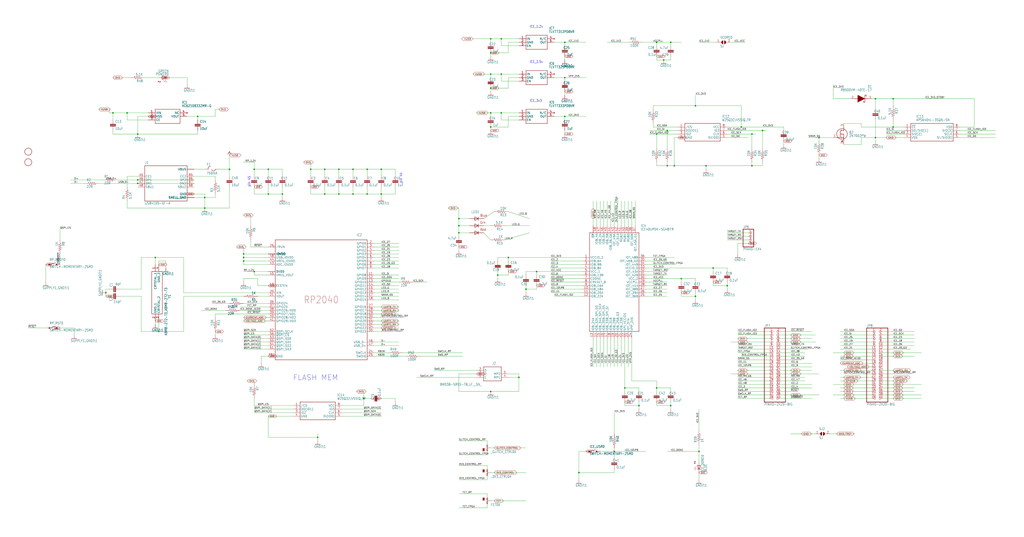
<source format=kicad_sch>
(kicad_sch (version 20250114) (generator "eeschema") (generator_version "9.0")
  (paper "User" 736.803 386.817)
  (text "pin 45" (at 180.34 134.62 90) (effects (font (size 1.778 1.5113)) (justify left bottom)))
  (text "ICE_2.5v" (at 381 45.72 0) (effects (font (size 1.778 1.5113)) (justify left bottom)))
  (text "pin 44" (at 289.56 132.08 90) (effects (font (size 1.778 1.5113)) (justify left bottom)))
  (text "FLASH MEM" (at 210.82 274.32 0) (effects (font (size 3.81 3.81)) (justify left bottom)))
  (text "ICE_3v3" (at 381 73.66 0) (effects (font (size 1.778 1.5113)) (justify left bottom)))
  (text "ICE_1.2v" (at 381 20.32 0) (effects (font (size 1.778 1.5113)) (justify left bottom)))
  (junction (at 629.92 71.12))
  (junction (at 330.2 162.56))
  (junction (at 142.24 83.82))
  (junction (at 223.52 121.92))
  (junction (at 254 121.92))
  (junction (at 193.04 139.7))
  (junction (at 360.68 27.94))
  (junction (at 264.16 139.7))
  (junction (at 147.32 149.86))
  (junction (at 513.08 193.04))
  (junction (at 449.58 279.4))
  (junction (at 353.06 38.1))
  (junction (at 203.2 139.7))
  (junction (at 373.38 271.78))
  (junction (at 502.92 325.12))
  (junction (at 274.32 139.7))
  (junction (at 358.14 198.12))
  (junction (at 472.44 279.4))
  (junction (at 330.2 167.64))
  (junction (at 441.96 325.12))
  (junction (at 508 119.38))
  (junction (at 81.28 81.28))
  (junction (at 523.24 205.74))
  (junction (at 642.62 71.12))
  (junction (at 114.3 238.76))
  (junction (at 500.38 76.2))
  (junction (at 233.68 121.92))
  (junction (at 233.68 139.7))
  (junction (at 472.44 30.48))
  (junction (at 541.02 96.52))
  (junction (at 274.32 121.92))
  (junction (at 480.06 119.38))
  (junction (at 406.4 30.48))
  (junction (at 76.2 210.82))
  (junction (at 472.44 96.52))
  (junction (at 477.52 43.18))
  (junction (at 589.28 99.06))
  (junction (at 548.64 93.98))
  (junction (at 480.06 93.98))
  (junction (at 353.06 81.28))
  (junction (at 165.1 121.92))
  (junction (at 365.76 185.42))
  (junction (at 175.26 182.88))
  (junction (at 386.08 195.58))
  (junction (at 541.02 119.38))
  (junction (at 482.6 292.1))
  (junction (at 642.62 91.44))
  (junction (at 243.84 121.92))
  (junction (at 264.16 121.92))
  (junction (at 378.46 208.28))
  (junction (at 175.26 187.96))
  (junction (at 243.84 139.7))
  (junction (at 353.06 91.44))
  (junction (at 353.06 63.5))
  (junction (at 485.14 119.38))
  (junction (at 500.38 213.36))
  (junction (at 147.32 142.24))
  (junction (at 254 139.7))
  (junction (at 629.92 99.06))
  (junction (at 406.4 83.82))
  (junction (at 406.4 55.88))
  (junction (at 353.06 281.94))
  (junction (at 261.62 287.02))
  (junction (at 416.56 340.36))
  (junction (at 91.44 81.28))
  (junction (at 175.26 185.42))
  (junction (at 490.22 200.66))
  (junction (at 533.4 91.44))
  (junction (at 111.76 185.42))
  (junction (at 330.2 157.48))
  (junction (at 182.88 195.58))
  (junction (at 228.6 314.96))
  (junction (at 360.68 53.34))
  (junction (at 459.74 292.1))
  (junction (at 482.6 30.48))
  (junction (at 99.06 132.08))
  (junction (at 182.88 121.92))
  (junction (at 193.04 121.92))
  (junction (at 360.68 81.28))
  (junction (at 353.06 53.34))
  (junction (at 353.06 27.94))
  (junction (at 99.06 96.52))
  (junction (at 99.06 129.54))
  (wire (pts (xy 464.82 210.82) (xy 480.06 210.82)) (stroke (width 0.1524)))
  (wire (pts (xy 482.6 292.1) (xy 482.6 294.64)) (stroke (width 0.1524)))
  (wire (pts (xy 365.76 198.12) (xy 358.14 198.12)) (stroke (width 0.1524)))
  (wire (pts (xy 563.88 101.6) (xy 563.88 104.14)) (stroke (width 0.1524)))
  (wire (pts (xy 472.44 40.64) (xy 472.44 43.18)) (stroke (width 0.1524)))
  (wire (pts (xy 553.72 281.94) (xy 530.86 281.94)) (stroke (width 0.1524)))
  (wire (pts (xy 406.4 55.88) (xy 421.64 55.88)) (stroke (width 0.1524)))
  (wire (pts (xy 599.44 254) (xy 627.38 254)) (stroke (width 0.1524)))
  (wire (pts (xy 635 276.86) (xy 662.94 276.86)) (stroke (width 0.1524)))
  (wire (pts (xy 264.16 134.62) (xy 264.16 139.7)) (stroke (width 0.1524)))
  (wire (pts (xy 111.76 185.42) (xy 111.76 190.5)) (stroke (width 0.1524)))
  (wire (pts (xy 111.76 231.14) (xy 111.76 233.68)) (stroke (width 0.1524)))
  (wire (pts (xy 154.94 83.82) (xy 154.94 78.74)) (stroke (width 0.1524)))
  (wire (pts (xy 629.92 99.06) (xy 650.24 99.06)) (stroke (width 0.1524)))
  (wire (pts (xy 561.34 271.78) (xy 579.12 271.78)) (stroke (width 0.1524)))
  (wire (pts (xy 548.64 93.98) (xy 523.24 93.98)) (stroke (width 0.1524)))
  (wire (pts (xy 139.7 139.7) (xy 147.32 139.7)) (stroke (width 0.1524)))
  (wire (pts (xy 548.64 106.68) (xy 548.64 93.98)) (stroke (width 0.1524)))
  (wire (pts (xy 553.72 259.08) (xy 530.86 259.08)) (stroke (width 0.1524)))
  (wire (pts (xy 378.46 208.28) (xy 378.46 210.82)) (stroke (width 0.1524)))
  (wire (pts (xy 513.08 195.58) (xy 513.08 193.04)) (stroke (width 0.1524)))
  (wire (pts (xy 165.1 149.86) (xy 165.1 134.62)) (stroke (width 0.1524)))
  (wire (pts (xy 182.88 195.58) (xy 193.04 195.58)) (stroke (width 0.1524)))
  (wire (pts (xy 561.34 246.38) (xy 586.74 246.38)) (stroke (width 0.1524)))
  (wire (pts (xy 261.62 281.94) (xy 256.54 281.94)) (stroke (width 0.1524)))
  (wire (pts (xy 627.38 271.78) (xy 604.52 271.78)) (stroke (width 0.1524)))
  (wire (pts (xy 472.44 33.02) (xy 472.44 30.48)) (stroke (width 0.1524)))
  (wire (pts (xy 165.1 127) (xy 165.1 121.92)) (stroke (width 0.1524)))
  (wire (pts (xy 635 266.7) (xy 652.78 266.7)) (stroke (width 0.1524)))
  (wire (pts (xy 439.42 162.56) (xy 439.42 144.78)) (stroke (width 0.1524)))
  (wire (pts (xy 635 281.94) (xy 657.86 281.94)) (stroke (width 0.1524)))
  (wire (pts (xy 269.24 226.06) (xy 287.02 226.06)) (stroke (width 0.1524)))
  (wire (pts (xy 350.52 345.44) (xy 330.2 345.44)) (stroke (width 0.1524)))
  (wire (pts (xy 193.04 139.7) (xy 203.2 139.7)) (stroke (width 0.1524)))
  (wire (pts (xy 193.04 299.72) (xy 193.04 314.96)) (stroke (width 0.1524)))
  (wire (pts (xy 91.44 81.28) (xy 106.68 81.28)) (stroke (width 0.1524)))
  (wire (pts (xy 175.26 187.96) (xy 193.04 187.96)) (stroke (width 0.1524)))
  (wire (pts (xy 472.44 96.52) (xy 487.68 96.52)) (stroke (width 0.1524)))
  (wire (pts (xy 193.04 220.98) (xy 172.72 220.98)) (stroke (width 0.1524)))
  (wire (pts (xy 406.4 96.52) (xy 406.4 93.98)) (stroke (width 0.1524)))
  (wire (pts (xy 360.68 27.94) (xy 353.06 27.94)) (stroke (width 0.1524)))
  (wire (pts (xy 563.88 91.44) (xy 563.88 93.98)) (stroke (width 0.1524)))
  (wire (pts (xy 553.72 287.02) (xy 530.86 287.02)) (stroke (width 0.1524)))
  (wire (pts (xy 160.02 78.74) (xy 154.94 78.74)) (stroke (width 0.1524)))
  (wire (pts (xy 525.78 246.38) (xy 553.72 246.38)) (stroke (width 0.1524)))
  (wire (pts (xy 223.52 134.62) (xy 223.52 139.7)) (stroke (width 0.1524)))
  (wire (pts (xy 358.14 185.42) (xy 358.14 187.96)) (stroke (width 0.1524)))
  (wire (pts (xy 538.48 175.26) (xy 530.86 175.26)) (stroke (width 0.1524)))
  (wire (pts (xy 452.12 162.56) (xy 452.12 144.78)) (stroke (width 0.1524)))
  (wire (pts (xy 99.06 132.08) (xy 71.12 132.08)) (stroke (width 0.1524)))
  (wire (pts (xy 254 134.62) (xy 254 139.7)) (stroke (width 0.1524)))
  (wire (pts (xy 193.04 213.36) (xy 185.42 213.36)) (stroke (width 0.1524)))
  (wire (pts (xy 284.48 139.7) (xy 284.48 134.62)) (stroke (width 0.1524)))
  (wire (pts (xy 132.08 238.76) (xy 114.3 238.76)) (stroke (width 0.1524)))
  (wire (pts (xy 457.2 162.56) (xy 457.2 144.78)) (stroke (width 0.1524)))
  (wire (pts (xy 114.3 238.76) (xy 101.6 238.76)) (stroke (width 0.1524)))
  (wire (pts (xy 193.04 231.14) (xy 175.26 231.14)) (stroke (width 0.1524)))
  (wire (pts (xy 441.96 325.12) (xy 441.96 330.2)) (stroke (width 0.1524)))
  (wire (pts (xy 441.96 243.84) (xy 441.96 264.16)) (stroke (width 0.1524)))
  (wire (pts (xy 330.2 149.86) (xy 330.2 157.48)) (stroke (width 0.1524)))
  (wire (pts (xy 533.4 76.2) (xy 500.38 76.2)) (stroke (width 0.1524)))
  (wire (pts (xy 553.72 264.16) (xy 530.86 264.16)) (stroke (width 0.1524)))
  (wire (pts (xy 83.82 129.54) (xy 99.06 129.54)) (stroke (width 0.1524)))
  (wire (pts (xy 203.2 139.7) (xy 203.2 142.24)) (stroke (width 0.1524)))
  (wire (pts (xy 464.82 205.74) (xy 480.06 205.74)) (stroke (width 0.1524)))
  (wire (pts (xy 223.52 139.7) (xy 233.68 139.7)) (stroke (width 0.1524)))
  (wire (pts (xy 373.38 269.24) (xy 373.38 271.78)) (stroke (width 0.1524)))
  (wire (pts (xy 269.24 200.66) (xy 287.02 200.66)) (stroke (width 0.1524)))
  (wire (pts (xy 223.52 127) (xy 223.52 121.92)) (stroke (width 0.1524)))
  (wire (pts (xy 635 274.32) (xy 652.78 274.32)) (stroke (width 0.1524)))
  (wire (pts (xy 269.24 254) (xy 279.4 254)) (stroke (width 0.1524)))
  (wire (pts (xy 223.52 121.92) (xy 233.68 121.92)) (stroke (width 0.1524)))
  (wire (pts (xy 147.32 149.86) (xy 165.1 149.86)) (stroke (width 0.1524)))
  (wire (pts (xy 469.9 76.2) (xy 469.9 78.74)) (stroke (width 0.1524)))
  (wire (pts (xy 464.82 203.2) (xy 480.06 203.2)) (stroke (width 0.1524)))
  (wire (pts (xy 353.06 27.94) (xy 340.36 27.94)) (stroke (width 0.1524)))
  (wire (pts (xy 482.6 33.02) (xy 482.6 30.48)) (stroke (width 0.1524)))
  (wire (pts (xy 121.92 55.88) (xy 134.62 55.88)) (stroke (width 0.1524)))
  (wire (pts (xy 530.86 266.7) (xy 553.72 266.7)) (stroke (width 0.1524)))
  (wire (pts (xy 142.24 83.82) (xy 154.94 83.82)) (stroke (width 0.1524)))
  (wire (pts (xy 175.26 190.5) (xy 175.26 187.96)) (stroke (width 0.1524)))
  (wire (pts (xy 193.04 134.62) (xy 193.04 139.7)) (stroke (width 0.1524)))
  (wire (pts (xy 373.38 81.28) (xy 360.68 81.28)) (stroke (width 0.1524)))
  (wire (pts (xy 553.72 241.3) (xy 530.86 241.3)) (stroke (width 0.1524)))
  (wire (pts (xy 619.76 91.44) (xy 619.76 88.9)) (stroke (width 0.1524)))
  (wire (pts (xy 444.5 142.24) (xy 444.5 162.56)) (stroke (width 0.1524)))
  (wire (pts (xy 419.1 205.74) (xy 396.24 205.74)) (stroke (width 0.1524)))
  (wire (pts (xy 287.02 248.92) (xy 269.24 248.92)) (stroke (width 0.1524)))
  (wire (pts (xy 627.38 287.02) (xy 604.52 287.02)) (stroke (width 0.1524)))
  (wire (pts (xy 449.58 243.84) (xy 449.58 279.4)) (stroke (width 0.1524)))
  (wire (pts (xy 358.14 198.12) (xy 358.14 200.66)) (stroke (width 0.1524)))
  (wire (pts (xy 419.1 185.42) (xy 365.76 185.42)) (stroke (width 0.1524)))
  (wire (pts (xy 530.86 251.46) (xy 553.72 251.46)) (stroke (width 0.1524)))
  (wire (pts (xy 406.4 33.02) (xy 406.4 30.48)) (stroke (width 0.1524)))
  (wire (pts (xy 193.04 185.42) (xy 175.26 185.42)) (stroke (width 0.1524)))
  (wire (pts (xy 365.76 91.44) (xy 353.06 91.44)) (stroke (width 0.1524)))
  (wire (pts (xy 477.52 43.18) (xy 482.6 43.18)) (stroke (width 0.1524)))
  (wire (pts (xy 449.58 281.94) (xy 449.58 279.4)) (stroke (width 0.1524)))
  (wire (pts (xy 193.04 218.44) (xy 175.26 218.44)) (stroke (width 0.1524)))
  (wire (pts (xy 635 287.02) (xy 662.94 287.02)) (stroke (width 0.1524)))
  (wire (pts (xy 165.1 121.92) (xy 165.1 111.76)) (stroke (width 0.1524)))
  (wire (pts (xy 419.1 187.96) (xy 396.24 187.96)) (stroke (width 0.1524)))
  (wire (pts (xy 180.34 154.94) (xy 175.26 154.94)) (stroke (width 0.1524)))
  (wire (pts (xy 330.2 149.86) (xy 322.58 149.86)) (stroke (width 0.1524)))
  (wire (pts (xy 635 271.78) (xy 652.78 271.78)) (stroke (width 0.1524)))
  (wire (pts (xy 254 127) (xy 254 121.92)) (stroke (width 0.1524)))
  (wire (pts (xy 464.82 195.58) (xy 480.06 195.58)) (stroke (width 0.1524)))
  (wire (pts (xy 584.2 261.62) (xy 561.34 261.62)) (stroke (width 0.1524)))
  (wire (pts (xy 353.06 53.34) (xy 340.36 53.34)) (stroke (width 0.1524)))
  (wire (pts (xy 508 119.38) (xy 541.02 119.38)) (stroke (width 0.1524)))
  (wire (pts (xy 513.08 203.2) (xy 513.08 205.74)) (stroke (width 0.1524)))
  (wire (pts (xy 378.46 208.28) (xy 378.46 205.74)) (stroke (width 0.1524)))
  (wire (pts (xy 53.34 236.22) (xy 53.34 241.3)) (stroke (width 0.1524)))
  (wire (pts (xy 182.88 274.32) (xy 182.88 276.86)) (stroke (width 0.1524)))
  (wire (pts (xy 337.82 162.56) (xy 330.2 162.56)) (stroke (width 0.1524)))
  (wire (pts (xy 472.44 43.18) (xy 477.52 43.18)) (stroke (width 0.1524)))
  (wire (pts (xy 561.34 284.48) (xy 589.28 284.48)) (stroke (width 0.1524)))
  (wire (pts (xy 342.9 269.24) (xy 330.2 269.24)) (stroke (width 0.1524)))
  (wire (pts (xy 254 139.7) (xy 264.16 139.7)) (stroke (width 0.1524)))
  (wire (pts (xy 523.24 91.44) (xy 533.4 91.44)) (stroke (width 0.1524)))
  (wire (pts (xy 464.82 187.96) (xy 480.06 187.96)) (stroke (width 0.1524)))
  (wire (pts (xy 553.72 276.86) (xy 530.86 276.86)) (stroke (width 0.1524)))
  (wire (pts (xy 365.76 55.88) (xy 365.76 63.5)) (stroke (width 0.1524)))
  (wire (pts (xy 269.24 198.12) (xy 287.02 198.12)) (stroke (width 0.1524)))
  (wire (pts (xy 436.88 243.84) (xy 436.88 264.16)) (stroke (width 0.1524)))
  (wire (pts (xy 581.66 251.46) (xy 561.34 251.46)) (stroke (width 0.1524)))
  (wire (pts (xy 650.24 93.98) (xy 637.54 93.98)) (stroke (width 0.1524)))
  (wire (pts (xy 289.56 228.6) (xy 269.24 228.6)) (stroke (width 0.1524)))
  (wire (pts (xy 299.72 271.78) (xy 342.9 271.78)) (stroke (width 0.1524)))
  (wire (pts (xy 386.08 198.12) (xy 386.08 195.58)) (stroke (width 0.1524)))
  (wire (pts (xy 185.42 205.74) (xy 185.42 200.66)) (stroke (width 0.1524)))
  (wire (pts (xy 312.42 266.7) (xy 342.9 266.7)) (stroke (width 0.1524)))
  (wire (pts (xy 274.32 121.92) (xy 284.48 121.92)) (stroke (width 0.1524)))
  (wire (pts (xy 210.82 297.18) (xy 182.88 297.18)) (stroke (width 0.1524)))
  (wire (pts (xy 635 248.92) (xy 657.86 248.92)) (stroke (width 0.1524)))
  (wire (pts (xy 353.06 83.82) (xy 353.06 81.28)) (stroke (width 0.1524)))
  (wire (pts (xy 365.76 83.82) (xy 365.76 91.44)) (stroke (width 0.1524)))
  (wire (pts (xy 132.08 185.42) (xy 132.08 210.82)) (stroke (width 0.1524)))
  (wire (pts (xy 193.04 198.12) (xy 182.88 198.12)) (stroke (width 0.1524)))
  (wire (pts (xy 523.24 99.06) (xy 538.48 99.06)) (stroke (width 0.1524)))
  (wire (pts (xy 454.66 243.84) (xy 454.66 274.32)) (stroke (width 0.1524)))
  (wire (pts (xy 373.38 281.94) (xy 353.06 281.94)) (stroke (width 0.1524)))
  (wire (pts (xy 561.34 274.32) (xy 579.12 274.32)) (stroke (width 0.1524)))
  (wire (pts (xy 416.56 340.36) (xy 416.56 345.44)) (stroke (width 0.1524)))
  (wire (pts (xy 264.16 127) (xy 264.16 121.92)) (stroke (width 0.1524)))
  (wire (pts (xy 187.96 256.54) (xy 187.96 261.62)) (stroke (width 0.1524)))
  (wire (pts (xy 269.24 177.8) (xy 287.02 177.8)) (stroke (width 0.1524)))
  (wire (pts (xy 81.28 86.36) (xy 81.28 81.28)) (stroke (width 0.1524)))
  (wire (pts (xy 147.32 142.24) (xy 147.32 149.86)) (stroke (width 0.1524)))
  (wire (pts (xy 553.72 284.48) (xy 530.86 284.48)) (stroke (width 0.1524)))
  (wire (pts (xy 365.76 269.24) (xy 373.38 269.24)) (stroke (width 0.1524)))
  (wire (pts (xy 76.2 213.36) (xy 76.2 210.82)) (stroke (width 0.1524)))
  (wire (pts (xy 111.76 185.42) (xy 132.08 185.42)) (stroke (width 0.1524)))
  (wire (pts (xy 502.92 294.64) (xy 502.92 309.88)) (stroke (width 0.1524)))
  (wire (pts (xy 132.08 210.82) (xy 193.04 210.82)) (stroke (width 0.1524)))
  (wire (pts (xy 480.06 116.84) (xy 480.06 119.38)) (stroke (width 0.1524)))
  (wire (pts (xy 406.4 66.04) (xy 406.4 68.58)) (stroke (width 0.1524)))
  (wire (pts (xy 269.24 223.52) (xy 287.02 223.52)) (stroke (width 0.1524)))
  (wire (pts (xy 533.4 91.44) (xy 563.88 91.44)) (stroke (width 0.1524)))
  (wire (pts (xy 289.56 254) (xy 332.74 254)) (stroke (width 0.1524)))
  (wire (pts (xy 233.68 134.62) (xy 233.68 139.7)) (stroke (width 0.1524)))
  (wire (pts (xy 604.52 256.54) (xy 627.38 256.54)) (stroke (width 0.1524)))
  (wire (pts (xy 449.58 279.4) (xy 459.74 279.4)) (stroke (width 0.1524)))
  (wire (pts (xy 203.2 127) (xy 203.2 121.92)) (stroke (width 0.1524)))
  (wire (pts (xy 701.04 91.44) (xy 690.88 91.44)) (stroke (width 0.1524)))
  (wire (pts (xy 78.74 81.28) (xy 78.74 78.74)) (stroke (width 0.1524)))
  (wire (pts (xy 175.26 185.42) (xy 175.26 187.96)) (stroke (width 0.1524)))
  (wire (pts (xy 243.84 139.7) (xy 254 139.7)) (stroke (width 0.1524)))
  (wire (pts (xy 185.42 200.66) (xy 175.26 200.66)) (stroke (width 0.1524)))
  (wire (pts (xy 419.1 210.82) (xy 396.24 210.82)) (stroke (width 0.1524)))
  (wire (pts (xy 487.68 93.98) (xy 480.06 93.98)) (stroke (width 0.1524)))
  (wire (pts (xy 350.52 365.76) (xy 330.2 365.76)) (stroke (width 0.1524)))
  (wire (pts (xy 398.78 55.88) (xy 406.4 55.88)) (stroke (width 0.1524)))
  (wire (pts (xy 467.36 96.52) (xy 472.44 96.52)) (stroke (width 0.1524)))
  (wire (pts (xy 627.38 259.08) (xy 604.52 259.08)) (stroke (width 0.1524)))
  (wire (pts (xy 373.38 58.42) (xy 360.68 58.42)) (stroke (width 0.1524)))
  (wire (pts (xy 269.24 187.96) (xy 287.02 187.96)) (stroke (width 0.1524)))
  (wire (pts (xy 154.94 238.76) (xy 154.94 241.3)) (stroke (width 0.1524)))
  (wire (pts (xy 365.76 187.96) (xy 365.76 185.42)) (stroke (width 0.1524)))
  (wire (pts (xy 431.8 325.12) (xy 441.96 325.12)) (stroke (width 0.1524)))
  (wire (pts (xy 599.44 276.86) (xy 627.38 276.86)) (stroke (width 0.1524)))
  (wire (pts (xy 101.6 185.42) (xy 111.76 185.42)) (stroke (width 0.1524)))
  (wire (pts (xy 33.02 190.5) (xy 33.02 203.2)) (stroke (width 0.1524)))
  (wire (pts (xy 439.42 243.84) (xy 439.42 264.16)) (stroke (width 0.1524)))
  (wire (pts (xy 76.2 208.28) (xy 78.74 208.28)) (stroke (width 0.1524)))
  (wire (pts (xy 193.04 238.76) (xy 175.26 238.76)) (stroke (width 0.1524)))
  (wire (pts (xy 210.82 294.64) (xy 182.88 294.64)) (stroke (width 0.1524)))
  (wire (pts (xy 223.52 116.84) (xy 218.44 116.84)) (stroke (width 0.1524)))
  (wire (pts (xy 523.24 205.74) (xy 523.24 203.2)) (stroke (width 0.1524)))
  (wire (pts (xy 541.02 116.84) (xy 541.02 119.38)) (stroke (width 0.1524)))
  (wire (pts (xy 350.52 342.9) (xy 350.52 345.44)) (stroke (width 0.1524)))
  (wire (pts (xy 419.1 208.28) (xy 396.24 208.28)) (stroke (width 0.1524)))
  (wire (pts (xy 464.82 208.28) (xy 480.06 208.28)) (stroke (width 0.1524)))
  (wire (pts (xy 627.38 241.3) (xy 604.52 241.3)) (stroke (width 0.1524)))
  (wire (pts (xy 360.68 81.28) (xy 353.06 81.28)) (stroke (width 0.1524)))
  (wire (pts (xy 193.04 127) (xy 193.04 121.92)) (stroke (width 0.1524)))
  (wire (pts (xy 274.32 121.92) (xy 274.32 127)) (stroke (width 0.1524)))
  (wire (pts (xy 193.04 223.52) (xy 172.72 223.52)) (stroke (width 0.1524)))
  (wire (pts (xy 642.62 91.44) (xy 619.76 91.44)) (stroke (width 0.1524)))
  (wire (pts (xy 525.78 269.24) (xy 553.72 269.24)) (stroke (width 0.1524)))
  (wire (pts (xy 134.62 83.82) (xy 142.24 83.82)) (stroke (width 0.1524)))
  (wire (pts (xy 193.04 241.3) (xy 175.26 241.3)) (stroke (width 0.1524)))
  (wire (pts (xy 101.6 213.36) (xy 86.36 213.36)) (stroke (width 0.1524)))
  (wire (pts (xy 441.96 325.12) (xy 441.96 322.58)) (stroke (width 0.1524)))
  (wire (pts (xy 175.26 177.8) (xy 170.18 177.8)) (stroke (width 0.1524)))
  (wire (pts (xy 119.38 187.96) (xy 119.38 193.04)) (stroke (width 0.1524)))
  (wire (pts (xy 619.76 99.06) (xy 619.76 104.14)) (stroke (width 0.1524)))
  (wire (pts (xy 464.82 193.04) (xy 513.08 193.04)) (stroke (width 0.1524)))
  (wire (pts (xy 500.38 213.36) (xy 500.38 210.82)) (stroke (width 0.1524)))
  (wire (pts (xy 350.52 325.12) (xy 350.52 327.66)) (stroke (width 0.1524)))
  (wire (pts (xy 373.38 83.82) (xy 365.76 83.82)) (stroke (width 0.1524)))
  (wire (pts (xy 142.24 96.52) (xy 142.24 93.98)) (stroke (width 0.1524)))
  (wire (pts (xy 436.88 162.56) (xy 436.88 144.78)) (stroke (width 0.1524)))
  (wire (pts (xy 635 256.54) (xy 657.86 256.54)) (stroke (width 0.1524)))
  (wire (pts (xy 419.1 198.12) (xy 396.24 198.12)) (stroke (width 0.1524)))
  (wire (pts (xy 193.04 256.54) (xy 187.96 256.54)) (stroke (width 0.1524)))
  (wire (pts (xy 464.82 325.12) (xy 441.96 325.12)) (stroke (width 0.1524)))
  (wire (pts (xy 373.38 271.78) (xy 373.38 281.94)) (stroke (width 0.1524)))
  (wire (pts (xy 635 241.3) (xy 657.86 241.3)) (stroke (width 0.1524)))
  (wire (pts (xy 373.38 271.78) (xy 365.76 271.78)) (stroke (width 0.1524)))
  (wire (pts (xy 266.7 287.02) (xy 261.62 287.02)) (stroke (width 0.1524)))
  (wire (pts (xy 274.32 297.18) (xy 246.38 297.18)) (stroke (width 0.1524)))
  (wire (pts (xy 350.52 358.14) (xy 350.52 355.6)) (stroke (width 0.1524)))
  (wire (pts (xy 373.38 86.36) (xy 360.68 86.36)) (stroke (width 0.1524)))
  (wire (pts (xy 541.02 119.38) (xy 548.64 119.38)) (stroke (width 0.1524)))
  (wire (pts (xy 561.34 259.08) (xy 576.58 259.08)) (stroke (width 0.1524)))
  (wire (pts (xy 419.1 193.04) (xy 396.24 193.04)) (stroke (width 0.1524)))
  (wire (pts (xy 500.38 213.36) (xy 500.38 215.9)) (stroke (width 0.1524)))
  (wire (pts (xy 81.28 96.52) (xy 99.06 96.52)) (stroke (width 0.1524)))
  (wire (pts (xy 353.06 30.48) (xy 353.06 27.94)) (stroke (width 0.1524)))
  (wire (pts (xy 599.44 99.06) (xy 589.28 99.06)) (stroke (width 0.1524)))
  (wire (pts (xy 193.04 177.8) (xy 180.34 177.8)) (stroke (width 0.1524)))
  (wire (pts (xy 548.64 119.38) (xy 548.64 116.84)) (stroke (width 0.1524)))
  (wire (pts (xy 716.28 93.98) (xy 690.88 93.98)) (stroke (width 0.1524)))
  (wire (pts (xy 223.52 116.84) (xy 223.52 121.92)) (stroke (width 0.1524)))
  (wire (pts (xy 182.88 198.12) (xy 182.88 195.58)) (stroke (width 0.1524)))
  (wire (pts (xy 99.06 96.52) (xy 142.24 96.52)) (stroke (width 0.1524)))
  (wire (pts (xy 360.68 53.34) (xy 353.06 53.34)) (stroke (width 0.1524)))
  (wire (pts (xy 353.06 360.68) (xy 378.46 360.68)) (stroke (width 0.1524)))
  (wire (pts (xy 78.74 78.74) (xy 71.12 78.74)) (stroke (width 0.1524)))
  (wire (pts (xy 449.58 292.1) (xy 459.74 292.1)) (stroke (width 0.1524)))
  (wire (pts (xy 182.88 116.84) (xy 182.88 121.92)) (stroke (width 0.1524)))
  (wire (pts (xy 449.58 162.56) (xy 449.58 144.78)) (stroke (width 0.1524)))
  (wire (pts (xy 350.52 327.66) (xy 330.2 327.66)) (stroke (width 0.1524)))
  (wire (pts (xy 485.14 119.38) (xy 480.06 119.38)) (stroke (width 0.1524)))
  (wire (pts (xy 586.74 312.42) (xy 568.96 312.42)) (stroke (width 0.1524)))
  (wire (pts (xy 132.08 213.36) (xy 132.08 238.76)) (stroke (width 0.1524)))
  (wire (pts (xy 261.62 281.94) (xy 261.62 287.02)) (stroke (width 0.1524)))
  (wire (pts (xy 637.54 96.52) (xy 650.24 96.52)) (stroke (width 0.1524)))
  (wire (pts (xy 182.88 134.62) (xy 182.88 139.7)) (stroke (width 0.1524)))
  (wire (pts (xy 269.24 193.04) (xy 287.02 193.04)) (stroke (width 0.1524)))
  (wire (pts (xy 421.64 325.12) (xy 416.56 325.12)) (stroke (width 0.1524)))
  (wire (pts (xy 561.34 241.3) (xy 586.74 241.3)) (stroke (width 0.1524)))
  (wire (pts (xy 254 121.92) (xy 264.16 121.92)) (stroke (width 0.1524)))
  (wire (pts (xy 269.24 215.9) (xy 287.02 215.9)) (stroke (width 0.1524)))
  (wire (pts (xy 525.78 30.48) (xy 535.94 30.48)) (stroke (width 0.1524)))
  (wire (pts (xy 353.06 81.28) (xy 342.9 81.28)) (stroke (width 0.1524)))
  (wire (pts (xy 139.7 129.54) (xy 99.06 129.54)) (stroke (width 0.1524)))
  (wire (pts (xy 330.2 157.48) (xy 330.2 162.56)) (stroke (width 0.1524)))
  (wire (pts (xy 60.96 132.08) (xy 50.8 132.08)) (stroke (width 0.1524)))
  (wire (pts (xy 502.92 325.12) (xy 502.92 332.74)) (stroke (width 0.1524)))
  (wire (pts (xy 426.72 243.84) (xy 426.72 264.16)) (stroke (width 0.1524)))
  (wire (pts (xy 152.4 218.44) (xy 165.1 218.44)) (stroke (width 0.1524)))
  (wire (pts (xy 434.34 162.56) (xy 434.34 144.78)) (stroke (width 0.1524)))
  (wire (pts (xy 627.38 266.7) (xy 604.52 266.7)) (stroke (width 0.1524)))
  (wire (pts (xy 619.76 104.14) (xy 607.06 104.14)) (stroke (width 0.1524)))
  (wire (pts (xy 530.86 238.76) (xy 553.72 238.76)) (stroke (width 0.1524)))
  (wire (pts (xy 350.52 317.5) (xy 330.2 317.5)) (stroke (width 0.1524)))
  (wire (pts (xy 472.44 96.52) (xy 472.44 106.68)) (stroke (width 0.1524)))
  (wire (pts (xy 269.24 180.34) (xy 287.02 180.34)) (stroke (width 0.1524)))
  (wire (pts (xy 523.24 96.52) (xy 541.02 96.52)) (stroke (width 0.1524)))
  (wire (pts (xy 561.34 279.4) (xy 584.2 279.4)) (stroke (width 0.1524)))
  (wire (pts (xy 358.14 198.12) (xy 358.14 195.58)) (stroke (width 0.1524)))
  (wire (pts (xy 596.9 312.42) (xy 614.68 312.42)) (stroke (width 0.1524)))
  (wire (pts (xy 386.08 195.58) (xy 378.46 195.58)) (stroke (width 0.1524)))
  (wire (pts (xy 508 121.92) (xy 508 119.38)) (stroke (width 0.1524)))
  (wire (pts (xy 627.38 243.84) (xy 604.52 243.84)) (stroke (width 0.1524)))
  (wire (pts (xy 629.92 71.12) (xy 642.62 71.12)) (stroke (width 0.1524)))
  (wire (pts (xy 426.72 162.56) (xy 426.72 144.78)) (stroke (width 0.1524)))
  (wire (pts (xy 530.86 254) (xy 553.72 254)) (stroke (width 0.1524)))
  (wire (pts (xy 269.24 185.42) (xy 287.02 185.42)) (stroke (width 0.1524)))
  (wire (pts (xy 627.38 251.46) (xy 604.52 251.46)) (stroke (width 0.1524)))
  (wire (pts (xy 523.24 170.18) (xy 538.48 170.18)) (stroke (width 0.1524)))
  (wire (pts (xy 441.96 144.78) (xy 441.96 162.56)) (stroke (width 0.1524)))
  (wire (pts (xy 350.52 335.28) (xy 330.2 335.28)) (stroke (width 0.1524)))
  (wire (pts (xy 269.24 213.36) (xy 287.02 213.36)) (stroke (width 0.1524)))
  (wire (pts (xy 91.44 81.28) (xy 81.28 81.28)) (stroke (width 0.1524)))
  (wire (pts (xy 373.38 55.88) (xy 365.76 55.88)) (stroke (width 0.1524)))
  (wire (pts (xy 459.74 292.1) (xy 459.74 289.56)) (stroke (width 0.1524)))
  (wire (pts (xy 353.06 93.98) (xy 353.06 91.44)) (stroke (width 0.1524)))
  (wire (pts (xy 561.34 266.7) (xy 584.2 266.7)) (stroke (width 0.1524)))
  (wire (pts (xy 269.24 236.22) (xy 287.02 236.22)) (stroke (width 0.1524)))
  (wire (pts (xy 353.06 340.36) (xy 378.46 340.36)) (stroke (width 0.1524)))
  (wire (pts (xy 350.52 355.6) (xy 330.2 355.6)) (stroke (width 0.1524)))
  (wire (pts (xy 655.32 269.24) (xy 635 269.24)) (stroke (width 0.1524)))
  (wire (pts (xy 561.34 269.24) (xy 589.28 269.24)) (stroke (width 0.1524)))
  (wire (pts (xy 86.36 208.28) (xy 101.6 208.28)) (stroke (width 0.1524)))
  (wire (pts (xy 627.38 261.62) (xy 604.52 261.62)) (stroke (width 0.1524)))
  (wire (pts (xy 690.88 96.52) (xy 716.28 96.52)) (stroke (width 0.1524)))
  (wire (pts (xy 444.5 243.84) (xy 444.5 264.16)) (stroke (width 0.1524)))
  (wire (pts (xy 381 167.64) (xy 363.22 172.72)) (stroke (width 0.1524)))
  (wire (pts (xy 193.04 228.6) (xy 175.26 228.6)) (stroke (width 0.1524)))
  (wire (pts (xy 406.4 58.42) (xy 406.4 55.88)) (stroke (width 0.1524)))
  (wire (pts (xy 429.26 162.56) (xy 429.26 144.78)) (stroke (width 0.1524)))
  (wire (pts (xy 106.68 83.82) (xy 99.06 83.82)) (stroke (width 0.1524)))
  (wire (pts (xy 269.24 175.26) (xy 287.02 175.26)) (stroke (width 0.1524)))
  (wire (pts (xy 182.88 116.84) (xy 175.26 116.84)) (stroke (width 0.1524)))
  (wire (pts (xy 472.44 279.4) (xy 472.44 274.32)) (stroke (width 0.1524)))
  (wire (pts (xy 274.32 287.02) (xy 284.48 287.02)) (stroke (width 0.1524)))
  (wire (pts (xy 114.3 190.5) (xy 114.3 187.96)) (stroke (width 0.1524)))
  (wire (pts (xy 269.24 256.54) (xy 292.1 256.54)) (stroke (width 0.1524)))
  (wire (pts (xy 269.24 210.82) (xy 287.02 210.82)) (stroke (width 0.1524)))
  (wire (pts (xy 269.24 203.2) (xy 287.02 203.2)) (stroke (width 0.1524)))
  (wire (pts (xy 398.78 30.48) (xy 406.4 30.48)) (stroke (width 0.1524)))
  (wire (pts (xy 139.7 127) (xy 154.94 127)) (stroke (width 0.1524)))
  (wire (pts (xy 139.7 121.92) (xy 147.32 121.92)) (stroke (width 0.1524)))
  (wire (pts (xy 447.04 243.84) (xy 447.04 264.16)) (stroke (width 0.1524)))
  (wire (pts (xy 441.96 337.82) (xy 441.96 340.36)) (stroke (width 0.1524)))
  (wire (pts (xy 180.34 177.8) (xy 180.34 172.72)) (stroke (width 0.1524)))
  (wire (pts (xy 228.6 312.42) (xy 228.6 314.96)) (stroke (width 0.1524)))
  (wire (pts (xy 612.14 71.12) (xy 599.44 71.12)) (stroke (width 0.1524)))
  (wire (pts (xy 629.92 99.06) (xy 619.76 99.06)) (stroke (width 0.1524)))
  (wire (pts (xy 180.34 162.56) (xy 180.34 154.94)) (stroke (width 0.1524)))
  (wire (pts (xy 530.86 243.84) (xy 553.72 243.84)) (stroke (width 0.1524)))
  (wire (pts (xy 147.32 139.7) (xy 147.32 142.24)) (stroke (width 0.1524)))
  (wire (pts (xy 482.6 43.18) (xy 482.6 40.64)) (stroke (width 0.1524)))
  (wire (pts (xy 297.18 203.2) (xy 307.34 203.2)) (stroke (width 0.1524)))
  (wire (pts (xy 406.4 86.36) (xy 406.4 83.82)) (stroke (width 0.1524)))
  (wire (pts (xy 269.24 220.98) (xy 287.02 220.98)) (stroke (width 0.1524)))
  (wire (pts (xy 193.04 182.88) (xy 175.26 182.88)) (stroke (width 0.1524)))
  (wire (pts (xy 553.72 271.78) (xy 530.86 271.78)) (stroke (width 0.1524)))
  (wire (pts (xy 269.24 182.88) (xy 287.02 182.88)) (stroke (width 0.1524)))
  (wire (pts (xy 302.26 256.54) (xy 332.74 256.54)) (stroke (width 0.1524)))
  (wire (pts (xy 406.4 83.82) (xy 421.64 83.82)) (stroke (width 0.1524)))
  (wire (pts (xy 274.32 139.7) (xy 274.32 142.24)) (stroke (width 0.1524)))
  (wire (pts (xy 101.6 208.28) (xy 101.6 185.42)) (stroke (width 0.1524)))
  (wire (pts (xy 182.88 274.32) (xy 177.8 274.32)) (stroke (width 0.1524)))
  (wire (pts (xy 561.34 248.92) (xy 576.58 248.92)) (stroke (width 0.1524)))
  (wire (pts (xy 629.92 86.36) (xy 629.92 99.06)) (stroke (width 0.1524)))
  (wire (pts (xy 203.2 121.92) (xy 193.04 121.92)) (stroke (width 0.1524)))
  (wire (pts (xy 701.04 71.12) (xy 701.04 91.44)) (stroke (width 0.1524)))
  (wire (pts (xy 459.74 279.4) (xy 459.74 281.94)) (stroke (width 0.1524)))
  (wire (pts (xy 373.38 30.48) (xy 365.76 30.48)) (stroke (width 0.1524)))
  (wire (pts (xy 642.62 86.36) (xy 642.62 91.44)) (stroke (width 0.1524)))
  (wire (pts (xy 284.48 121.92) (xy 284.48 127)) (stroke (width 0.1524)))
  (wire (pts (xy 101.6 238.76) (xy 101.6 213.36)) (stroke (width 0.1524)))
  (wire (pts (xy 381 162.56) (xy 363.22 162.56)) (stroke (width 0.1524)))
  (wire (pts (xy 490.22 210.82) (xy 490.22 213.36)) (stroke (width 0.1524)))
  (wire (pts (xy 114.3 238.76) (xy 114.3 231.14)) (stroke (width 0.1524)))
  (wire (pts (xy 561.34 254) (xy 579.12 254)) (stroke (width 0.1524)))
  (wire (pts (xy 627.38 238.76) (xy 604.52 238.76)) (stroke (width 0.1524)))
  (wire (pts (xy 561.34 243.84) (xy 584.2 243.84)) (stroke (width 0.1524)))
  (wire (pts (xy 330.2 281.94) (xy 353.06 281.94)) (stroke (width 0.1524)))
  (wire (pts (xy 43.18 172.72) (xy 43.18 165.1)) (stroke (width 0.1524)))
  (wire (pts (xy 431.8 243.84) (xy 431.8 264.16)) (stroke (width 0.1524)))
  (wire (pts (xy 243.84 134.62) (xy 243.84 139.7)) (stroke (width 0.1524)))
  (wire (pts (xy 182.88 139.7) (xy 193.04 139.7)) (stroke (width 0.1524)))
  (wire (pts (xy 99.06 83.82) (xy 99.06 96.52)) (stroke (width 0.1524)))
  (wire (pts (xy 589.28 101.6) (xy 589.28 99.06)) (stroke (width 0.1524)))
  (wire (pts (xy 642.62 71.12) (xy 701.04 71.12)) (stroke (width 0.1524)))
  (wire (pts (xy 175.26 243.84) (xy 193.04 243.84)) (stroke (width 0.1524)))
  (wire (pts (xy 330.2 167.64) (xy 330.2 170.18)) (stroke (width 0.1524)))
  (wire (pts (xy 243.84 127) (xy 243.84 121.92)) (stroke (width 0.1524)))
  (wire (pts (xy 472.44 292.1) (xy 482.6 292.1)) (stroke (width 0.1524)))
  (wire (pts (xy 553.72 261.62) (xy 530.86 261.62)) (stroke (width 0.1524)))
  (wire (pts (xy 360.68 86.36) (xy 360.68 81.28)) (stroke (width 0.1524)))
  (wire (pts (xy 502.92 30.48) (xy 515.62 30.48)) (stroke (width 0.1524)))
  (wire (pts (xy 289.56 238.76) (xy 269.24 238.76)) (stroke (width 0.1524)))
  (wire (pts (xy 464.82 185.42) (xy 485.14 185.42)) (stroke (width 0.1524)))
  (wire (pts (xy 175.26 182.88) (xy 175.26 185.42)) (stroke (width 0.1524)))
  (wire (pts (xy 81.28 55.88) (xy 93.98 55.88)) (stroke (width 0.1524)))
  (wire (pts (xy 99.06 127) (xy 91.44 127)) (stroke (width 0.1524)))
  (wire (pts (xy 330.2 269.24) (xy 330.2 281.94)) (stroke (width 0.1524)))
  (wire (pts (xy 233.68 127) (xy 233.68 121.92)) (stroke (width 0.1524)))
  (wire (pts (xy 246.38 299.72) (xy 274.32 299.72)) (stroke (width 0.1524)))
  (wire (pts (xy 193.04 314.96) (xy 228.6 314.96)) (stroke (width 0.1524)))
  (wire (pts (xy 91.44 144.78) (xy 91.44 149.86)) (stroke (width 0.1524)))
  (wire (pts (xy 533.4 91.44) (xy 533.4 76.2)) (stroke (width 0.1524)))
  (wire (pts (xy 579.12 256.54) (xy 561.34 256.54)) (stroke (width 0.1524)))
  (wire (pts (xy 330.2 177.8) (xy 330.2 180.34)) (stroke (width 0.1524)))
  (wire (pts (xy 269.24 231.14) (xy 287.02 231.14)) (stroke (width 0.1524)))
  (wire (pts (xy 43.18 182.88) (xy 43.18 190.5)) (stroke (width 0.1524)))
  (wire (pts (xy 500.38 76.2) (xy 500.38 68.58)) (stroke (width 0.1524)))
  (wire (pts (xy 502.92 325.12) (xy 480.06 325.12)) (stroke (width 0.1524)))
  (wire (pts (xy 274.32 139.7) (xy 284.48 139.7)) (stroke (width 0.1524)))
  (wire (pts (xy 350.52 337.82) (xy 350.52 335.28)) (stroke (width 0.1524)))
  (wire (pts (xy 619.76 88.9) (xy 607.06 88.9)) (stroke (width 0.1524)))
  (wire (pts (xy 480.06 93.98) (xy 480.06 106.68)) (stroke (width 0.1524)))
  (wire (pts (xy 523.24 205.74) (xy 523.24 208.28)) (stroke (width 0.1524)))
  (wire (pts (xy 269.24 208.28) (xy 287.02 208.28)) (stroke (width 0.1524)))
  (wire (pts (xy 436.88 30.48) (xy 452.12 30.48)) (stroke (width 0.1524)))
  (wire (pts (xy 33.02 236.22) (xy 20.32 236.22)) (stroke (width 0.1524)))
  (wire (pts (xy 162.56 223.52) (xy 144.78 223.52)) (stroke (width 0.1524)))
  (wire (pts (xy 635 254) (xy 662.94 254)) (stroke (width 0.1524)))
  (wire (pts (xy 347.98 167.64) (xy 353.06 172.72)) (stroke (width 0.1524)))
  (wire (pts (xy 485.14 119.38) (xy 508 119.38)) (stroke (width 0.1524)))
  (wire (pts (xy 627.38 269.24) (xy 607.06 269.24)) (stroke (width 0.1524)))
  (wire (pts (xy 599.44 71.12) (xy 599.44 60.96)) (stroke (width 0.1524)))
  (wire (pts (xy 635 251.46) (xy 655.32 251.46)) (stroke (width 0.1524)))
  (wire (pts (xy 347.98 157.48) (xy 355.6 152.4)) (stroke (width 0.1524)))
  (wire (pts (xy 533.4 256.54) (xy 553.72 256.54)) (stroke (width 0.1524)))
  (wire (pts (xy 604.52 281.94) (xy 627.38 281.94)) (stroke (width 0.1524)))
  (wire (pts (xy 193.04 205.74) (xy 185.42 205.74)) (stroke (width 0.1524)))
  (wire (pts (xy 353.06 55.88) (xy 353.06 53.34)) (stroke (width 0.1524)))
  (wire (pts (xy 386.08 208.28) (xy 378.46 208.28)) (stroke (width 0.1524)))
  (wire (pts (xy 175.26 213.36) (xy 132.08 213.36)) (stroke (width 0.1524)))
  (wire (pts (xy 365.76 63.5) (xy 353.06 63.5)) (stroke (width 0.1524)))
  (wire (pts (xy 464.82 200.66) (xy 490.22 200.66)) (stroke (width 0.1524)))
  (wire (pts (xy 635 284.48) (xy 662.94 284.48)) (stroke (width 0.1524)))
  (wire (pts (xy 429.26 243.84) (xy 429.26 264.16)) (stroke (width 0.1524)))
  (wire (pts (xy 175.26 182.88) (xy 175.26 177.8)) (stroke (width 0.1524)))
  (wire (pts (xy 416.56 325.12) (xy 416.56 340.36)) (stroke (width 0.1524)))
  (wire (pts (xy 154.94 139.7) (xy 154.94 142.24)) (stroke (width 0.1524)))
  (wire (pts (xy 472.44 289.56) (xy 472.44 292.1)) (stroke (width 0.1524)))
  (wire (pts (xy 134.62 60.96) (xy 134.62 55.88)) (stroke (width 0.1524)))
  (wire (pts (xy 472.44 274.32) (xy 454.66 274.32)) (stroke (width 0.1524)))
  (wire (pts (xy 193.04 190.5) (xy 175.26 190.5)) (stroke (width 0.1524)))
  (wire (pts (xy 73.66 129.54) (xy 50.8 129.54)) (stroke (width 0.1524)))
  (wire (pts (xy 269.24 205.74) (xy 287.02 205.74)) (stroke (width 0.1524)))
  (wire (pts (xy 142.24 86.36) (xy 142.24 83.82)) (stroke (width 0.1524)))
  (wire (pts (xy 635 238.76) (xy 657.86 238.76)) (stroke (width 0.1524)))
  (wire (pts (xy 447.04 162.56) (xy 447.04 144.78)) (stroke (width 0.1524)))
  (wire (pts (xy 193.04 226.06) (xy 154.94 226.06)) (stroke (width 0.1524)))
  (wire (pts (xy 561.34 287.02) (xy 584.2 287.02)) (stroke (width 0.1524)))
  (wire (pts (xy 373.38 53.34) (xy 360.68 53.34)) (stroke (width 0.1524)))
  (wire (pts (xy 502.92 340.36) (xy 502.92 345.44)) (stroke (width 0.1524)))
  (wire (pts (xy 154.94 127) (xy 154.94 129.54)) (stroke (width 0.1524)))
  (wire (pts (xy 485.14 190.5) (xy 464.82 190.5)) (stroke (width 0.1524)))
  (wire (pts (xy 91.44 127) (xy 91.44 134.62)) (stroke (width 0.1524)))
  (wire (pts (xy 604.52 279.4) (xy 627.38 279.4)) (stroke (width 0.1524)))
  (wire (pts (xy 114.3 187.96) (xy 119.38 187.96)) (stroke (width 0.1524)))
  (wire (pts (xy 246.38 294.64) (xy 274.32 294.64)) (stroke (width 0.1524)))
  (wire (pts (xy 193.04 121.92) (xy 182.88 121.92)) (stroke (width 0.1524)))
  (wire (pts (xy 462.28 30.48) (xy 472.44 30.48)) (stroke (width 0.1524)))
  (wire (pts (xy 365.76 185.42) (xy 358.14 185.42)) (stroke (width 0.1524)))
  (wire (pts (xy 246.38 292.1) (xy 261.62 292.1)) (stroke (width 0.1524)))
  (wire (pts (xy 635 243.84) (xy 657.86 243.84)) (stroke (width 0.1524)))
  (wire (pts (xy 584.2 238.76) (xy 561.34 238.76)) (stroke (width 0.1524)))
  (wire (pts (xy 233.68 121.92) (xy 243.84 121.92)) (stroke (width 0.1524)))
  (wire (pts (xy 81.28 93.98) (xy 81.28 96.52)) (stroke (width 0.1524)))
  (wire (pts (xy 627.38 248.92) (xy 604.52 248.92)) (stroke (width 0.1524)))
  (wire (pts (xy 441.96 340.36) (xy 416.56 340.36)) (stroke (width 0.1524)))
  (wire (pts (xy 381 157.48) (xy 365.76 152.4)) (stroke (width 0.1524)))
  (wire (pts (xy 480.06 93.98) (xy 467.36 93.98)) (stroke (width 0.1524)))
  (wire (pts (xy 500.38 76.2) (xy 469.9 76.2)) (stroke (width 0.1524)))
  (wire (pts (xy 386.08 205.74) (xy 386.08 208.28)) (stroke (width 0.1524)))
  (wire (pts (xy 264.16 139.7) (xy 274.32 139.7)) (stroke (width 0.1524)))
  (wire (pts (xy 553.72 279.4) (xy 530.86 279.4)) (stroke (width 0.1524)))
  (wire (pts (xy 353.06 38.1) (xy 353.06 40.64)) (stroke (width 0.1524)))
  (wire (pts (xy 551.18 93.98) (xy 548.64 93.98)) (stroke (width 0.1524)))
  (wire (pts (xy 464.82 213.36) (xy 480.06 213.36)) (stroke (width 0.1524)))
  (wire (pts (xy 139.7 142.24) (xy 147.32 142.24)) (stroke (width 0.1524)))
  (wire (pts (xy 182.88 195.58) (xy 175.26 195.58)) (stroke (width 0.1524)))
  (wire (pts (xy 353.06 162.56) (xy 347.98 162.56)) (stroke (width 0.1524)))
  (wire (pts (xy 378.46 195.58) (xy 378.46 198.12)) (stroke (width 0.1524)))
  (wire (pts (xy 228.6 314.96) (xy 228.6 317.5)) (stroke (width 0.1524)))
  (wire (pts (xy 373.38 33.02) (xy 360.68 33.02)) (stroke (width 0.1524)))
  (wire (pts (xy 480.06 119.38) (xy 472.44 119.38)) (stroke (width 0.1524)))
  (wire (pts (xy 500.38 200.66) (xy 500.38 203.2)) (stroke (width 0.1524)))
  (wire (pts (xy 337.82 157.48) (xy 330.2 157.48)) (stroke (width 0.1524)))
  (wire (pts (xy 502.92 320.04) (xy 502.92 325.12)) (stroke (width 0.1524)))
  (wire (pts (xy 523.24 167.64) (xy 538.48 167.64)) (stroke (width 0.1524)))
  (wire (pts (xy 574.04 281.94) (xy 561.34 281.94)) (stroke (width 0.1524)))
  (wire (pts (xy 419.1 195.58) (xy 386.08 195.58)) (stroke (width 0.1524)))
  (wire (pts (xy 261.62 287.02) (xy 261.62 292.1)) (stroke (width 0.1524)))
  (wire (pts (xy 360.68 58.42) (xy 360.68 53.34)) (stroke (width 0.1524)))
  (wire (pts (xy 599.44 284.48) (xy 627.38 284.48)) (stroke (width 0.1524)))
  (wire (pts (xy 513.08 193.04) (xy 523.24 193.04)) (stroke (width 0.1524)))
  (wire (pts (xy 175.26 200.66) (xy 175.26 203.2)) (stroke (width 0.1524)))
  (wire (pts (xy 513.08 205.74) (xy 523.24 205.74)) (stroke (width 0.1524)))
  (wire (pts (xy 472.44 30.48) (xy 482.6 30.48)) (stroke (width 0.1524)))
  (wire (pts (xy 581.66 99.06) (xy 589.28 99.06)) (stroke (width 0.1524)))
  (wire (pts (xy 441.96 297.18) (xy 441.96 312.42)) (stroke (width 0.1524)))
  (wire (pts (xy 406.4 30.48) (xy 421.64 30.48)) (stroke (width 0.1524)))
  (wire (pts (xy 454.66 162.56) (xy 454.66 144.78)) (stroke (width 0.1524)))
  (wire (pts (xy 464.82 198.12) (xy 480.06 198.12)) (stroke (width 0.1524)))
  (wire (pts (xy 365.76 30.48) (xy 365.76 38.1)) (stroke (width 0.1524)))
  (wire (pts (xy 78.74 213.36) (xy 76.2 213.36)) (stroke (width 0.1524)))
  (wire (pts (xy 561.34 276.86) (xy 584.2 276.86)) (stroke (width 0.1524)))
  (wire (pts (xy 627.38 264.16) (xy 609.6 264.16)) (stroke (width 0.1524)))
  (wire (pts (xy 210.82 299.72) (xy 193.04 299.72)) (stroke (width 0.1524)))
  (wire (pts (xy 642.62 76.2) (xy 642.62 71.12)) (stroke (width 0.1524)))
  (wire (pts (xy 175.26 246.38) (xy 193.04 246.38)) (stroke (width 0.1524)))
  (wire (pts (xy 99.06 132.08) (xy 139.7 132.08)) (stroke (width 0.1524)))
  (wire (pts (xy 449.58 289.56) (xy 449.58 292.1)) (stroke (width 0.1524)))
  (wire (pts (xy 431.8 162.56) (xy 431.8 144.78)) (stroke (width 0.1524)))
  (wire (pts (xy 635 246.38) (xy 657.86 246.38)) (stroke (width 0.1524)))
  (wire (pts (xy 398.78 213.36) (xy 419.1 213.36)) (stroke (width 0.1524)))
  (wire (pts (xy 406.4 40.64) (xy 406.4 43.18)) (stroke (width 0.1524)))
  (wire (pts (xy 629.92 99.06) (xy 629.92 101.6)) (stroke (width 0.1524)))
  (wire (pts (xy 490.22 203.2) (xy 490.22 200.66)) (stroke (width 0.1524)))
  (wire (pts (xy 419.1 200.66) (xy 396.24 200.66)) (stroke (width 0.1524)))
  (wire (pts (xy 269.24 190.5) (xy 287.02 190.5)) (stroke (width 0.1524)))
  (wire (pts (xy 182.88 121.92) (xy 182.88 127)) (stroke (width 0.1524)))
  (wire (pts (xy 452.12 243.84) (xy 452.12 264.16)) (stroke (width 0.1524)))
  (wire (pts (xy 76.2 210.82) (xy 76.2 208.28)) (stroke (width 0.1524)))
  (wire (pts (xy 530.86 248.92) (xy 553.72 248.92)) (stroke (width 0.1524)))
  (wire (pts (xy 530.86 175.26) (xy 530.86 182.88)) (stroke (width 0.1524)))
  (wire (pts (xy 157.48 121.92) (xy 165.1 121.92)) (stroke (width 0.1524)))
  (wire (pts (xy 43.18 236.22) (xy 53.34 236.22)) (stroke (width 0.1524)))
  (wire (pts (xy 175.26 248.92) (xy 193.04 248.92)) (stroke (width 0.1524)))
  (wire (pts (xy 523.24 193.04) (xy 523.24 195.58)) (stroke (width 0.1524)))
  (wire (pts (xy 485.14 99.06) (xy 485.14 119.38)) (stroke (width 0.1524)))
  (wire (pts (xy 203.2 139.7) (xy 203.2 134.62)) (stroke (width 0.1524)))
  (wire (pts (xy 419.1 190.5) (xy 396.24 190.5)) (stroke (width 0.1524)))
  (wire (pts (xy 81.28 81.28) (xy 78.74 81.28)) (stroke (width 0.1524)))
  (wire (pts (xy 627.38 71.12) (xy 629.92 71.12)) (stroke (width 0.1524)))
  (wire (pts (xy 350.52 363.22) (xy 350.52 365.76)) (stroke (width 0.1524)))
  (wire (pts (xy 482.6 292.1) (xy 482.6 289.56)) (stroke (width 0.1524)))
  (wire (pts (xy 482.6 279.4) (xy 482.6 281.94)) (stroke (width 0.1524)))
  (wire (pts (xy 337.82 167.64) (xy 330.2 167.64)) (stroke (width 0.1524)))
  (wire (pts (xy 487.68 99.06) (xy 485.14 99.06)) (stroke (width 0.1524)))
  (wire (pts (xy 584.2 264.16) (xy 561.34 264.16)) (stroke (width 0.1524)))
  (wire (pts (xy 365.76 38.1) (xy 353.06 38.1)) (stroke (width 0.1524)))
  (wire (pts (xy 541.02 96.52) (xy 543.56 96.52)) (stroke (width 0.1524)))
  (wire (pts (xy 106.68 86.36) (xy 91.44 86.36)) (stroke (width 0.1524)))
  (wire (pts (xy 269.24 233.68) (xy 287.02 233.68)) (stroke (width 0.1524)))
  (wire (pts (xy 287.02 246.38) (xy 269.24 246.38)) (stroke (width 0.1524)))
  (wire (pts (xy 398.78 83.82) (xy 406.4 83.82)) (stroke (width 0.1524)))
  (wire (pts (xy 627.38 274.32) (xy 604.52 274.32)) (stroke (width 0.1524)))
  (wire (pts (xy 175.26 251.46) (xy 193.04 251.46)) (stroke (width 0.1524)))
  (wire (pts (xy 472.44 279.4) (xy 482.6 279.4)) (stroke (width 0.1524)))
  (wire (pts (xy 284.48 287.02) (xy 284.48 289.56)) (stroke (width 0.1524)))
  (wire (pts (xy 469.9 91.44) (xy 469.9 88.9)) (stroke (width 0.1524)))
  (wire (pts (xy 154.94 142.24) (xy 147.32 142.24)) (stroke (width 0.1524)))
  (wire (pts (xy 589.28 111.76) (xy 589.28 114.3)) (stroke (width 0.1524)))
  (wire (pts (xy 233.68 139.7) (xy 243.84 139.7)) (stroke (width 0.1524)))
  (wire (pts (xy 182.88 287.02) (xy 182.88 292.1)) (stroke (width 0.1524)))
  (wire (pts (xy 264.16 121.92) (xy 274.32 121.92)) (stroke (width 0.1524)))
  (wire (pts (xy 360.68 33.02) (xy 360.68 27.94)) (stroke (width 0.1524)))
  (wire (pts (xy 104.14 55.88) (xy 114.3 55.88)) (stroke (width 0.1524)))
  (wire (pts (xy 490.22 213.36) (xy 500.38 213.36)) (stroke (width 0.1524)))
  (wire (pts (xy 650.24 91.44) (xy 642.62 91.44)) (stroke (width 0.1524)))
  (wire (pts (xy 459.74 292.1) (xy 459.74 294.64)) (stroke (width 0.1524)))
  (wire (pts (xy 182.88 292.1) (xy 210.82 292.1)) (stroke (width 0.1524)))
  (wire (pts (xy 365.76 195.58) (xy 365.76 198.12)) (stroke (width 0.1524)))
  (wire (pts (xy 353.06 63.5) (xy 353.06 66.04)) (stroke (width 0.1524)))
  (wire (pts (xy 91.44 149.86) (xy 147.32 149.86)) (stroke (width 0.1524)))
  (wire (pts (xy 523.24 172.72) (xy 538.48 172.72)) (stroke (width 0.1524)))
  (wire (pts (xy 91.44 86.36) (xy 91.44 81.28)) (stroke (width 0.1524)))
  (wire (pts (xy 419.1 203.2) (xy 396.24 203.2)) (stroke (width 0.1524)))
  (wire (pts (xy 154.94 226.06) (xy 154.94 228.6)) (stroke (width 0.1524)))
  (wire (pts (xy 482.6 30.48) (xy 490.22 30.48)) (stroke (width 0.1524)))
  (wire (pts (xy 629.92 78.74) (xy 629.92 71.12)) (stroke (width 0.1524)))
  (wire (pts (xy 472.44 281.94) (xy 472.44 279.4)) (stroke (width 0.1524)))
  (wire (pts (xy 373.38 27.94) (xy 360.68 27.94)) (stroke (width 0.1524)))
  (wire (pts (xy 553.72 274.32) (xy 530.86 274.32)) (stroke (width 0.1524)))
  (wire (pts (xy 243.84 121.92) (xy 254 121.92)) (stroke (width 0.1524)))
  (wire (pts (xy 541.02 96.52) (xy 541.02 106.68)) (stroke (width 0.1524)))
  (wire (pts (xy 350.52 320.04) (xy 350.52 317.5)) (stroke (width 0.1524)))
  (wire (pts (xy 434.34 243.84) (xy 434.34 264.16)) (stroke (width 0.1524)))
  (wire (pts (xy 627.38 246.38) (xy 604.52 246.38)) (stroke (width 0.1524)))
  (wire (pts (xy 690.88 99.06) (xy 716.28 99.06)) (stroke (width 0.1524)))
  (wire (pts (xy 353.06 322.58) (xy 378.46 322.58)) (stroke (width 0.1524)))
  (wire (pts (xy 635 279.4) (xy 657.86 279.4)) (stroke (width 0.1524)))
  (wire (pts (xy 487.68 91.44) (xy 469.9 91.44)) (stroke (width 0.1524)))
  (wire (pts (xy 274.32 139.7) (xy 274.32 134.62)) (stroke (width 0.1524)))
  (wire (pts (xy 330.2 162.56) (xy 330.2 167.64)) (stroke (width 0.1524)))
  (wire (pts (xy 490.22 200.66) (xy 500.38 200.66)) (stroke (width 0.1524)))
  (wire (pts (xy 472.44 119.38) (xy 472.44 116.84)) (stroke (width 0.1524)))
  (label "SWD_RP" (at 312.42 266.7 0) (effects (font (size 1.2446 1.2446))))
  (label "SWCLK_RP" (at 314.96 254 0) (effects (font (size 1.2446 1.2446))))
  (label "TARGET_RX" (at 530.86 248.92 0) (effects (font (size 1.2446 1.2446))))
  (label "VCCPLL" (at 469.9 30.48 0) (effects (font (size 1.2446 1.2446))))
  (label "SRAM_SS" (at 530.86 259.08 0) (effects (font (size 1.2446 1.2446))))
  (label "ICE_46" (at 530.86 274.32 0) (effects (font (size 1.2446 1.2446))))
  (label "ICE_10\\PB" (at 396.24 208.28 0) (effects (font (size 1.2446 1.2446))))
  (label "N$19" (at 271.78 254 0) (effects (font (size 1.2446 1.2446))))
  (label "ICE_38" (at 454.66 157.48 90) (effects (font (size 1.2446 1.2446))))
  (label "~{ICE_RESET}" (at 568.96 238.76 0) (effects (font (size 1.2446 1.2446))))
  (label "ICE_21" (at 447.04 261.62 90) (effects (font (size 1.2446 1.2446))))
  (label "ICE_3V3" (at 441.96 297.18 0) (effects (font (size 1.2446 1.2446))))
  (label "ICE_SI" (at 637.54 93.98 0) (effects (font (size 1.2446 1.2446))))
  (label "ICE_47" (at 568.96 274.32 0) (effects (font (size 1.2446 1.2446))))
  (label "SWCLK_RP" (at 530.86 284.48 0) (effects (font (size 1.2446 1.2446))))
  (label "N$20" (at 271.78 256.54 0) (effects (font (size 1.2446 1.2446))))
  (label "ICE_19" (at 607.06 246.38 0) (effects (font (size 1.2446 1.2446))))
  (label "QSPI_DATA[3]" (at 175.26 251.46 0) (effects (font (size 1.2446 1.2446))))
  (label "ICE_35_G0" (at 469.9 187.96 0) (effects (font (size 1.2446 1.2446))))
  (label "QSPI_DATA[2]" (at 182.88 297.18 0) (effects (font (size 1.2446 1.2446))))
  (label "ICE_SO" (at 525.78 99.06 0) (effects (font (size 1.2446 1.2446))))
  (label "TARGET_TX" (at 523.24 167.64 0) (effects (font (size 1.2446 1.2446))))
  (label "ICE_19" (at 274.32 182.88 0) (effects (font (size 1.2446 1.2446))))
  (label "FET_RP" (at 177.8 220.98 0) (effects (font (size 1.2446 1.2446))))
  (label "FET_RP" (at 332.74 355.6 0) (effects (font (size 1.2446 1.2446))))
  (label "ICE_FLASH_IO3" (at 695.96 93.98 0) (effects (font (size 1.2446 1.2446))))
  (label "ICE_SCK" (at 431.8 261.62 90) (effects (font (size 1.2446 1.2446))))
  (label "ICE_18" (at 642.62 246.38 0) (effects (font (size 1.2446 1.2446))))
  (label "~{RESET}" (at 182.88 177.8 0) (effects (font (size 1.2446 1.2446))))
  (label "ICE_45" (at 436.88 157.48 90) (effects (font (size 1.2446 1.2446))))
  (label "D-" (at 274.32 246.38 0) (effects (font (size 1.2446 1.2446))))
  (label "LED_G" (at 368.3 162.56 0) (effects (font (size 1.2446 1.2446))))
  (label "~{RESET}" (at 20.32 236.22 0) (effects (font (size 1.2446 1.2446))))
  (label "QSPI_SCK" (at 261.62 297.18 0) (effects (font (size 1.2446 1.2446))))
  (label "GLITCH_CONTROL_FPGA" (at 568.96 251.46 0) (effects (font (size 1.2446 1.2446))))
  (label "SRAM_SS" (at 274.32 213.36 0) (effects (font (size 1.2446 1.2446))))
  (label "LED_B" (at 373.38 154.94 0) (effects (font (size 1.2446 1.2446))))
  (label "ICE_18" (at 274.32 193.04 0) (effects (font (size 1.2446 1.2446))))
  (label "ICE_10\\PB" (at 530.86 264.16 0) (effects (font (size 1.2446 1.2446))))
  (label "ICE_VCC" (at 396.24 195.58 0) (effects (font (size 1.2446 1.2446))))
  (label "QSPI_DATA[2]" (at 175.26 248.92 0) (effects (font (size 1.2446 1.2446))))
  (label "QSPI_SCK" (at 175.26 238.76 0) (effects (font (size 1.2446 1.2446))))
  (label "ICE_FLASH_IO2" (at 637.54 96.52 0) (effects (font (size 1.2446 1.2446))))
  (label "~{USBBOOT}" (at 43.18 190.5 90) (effects (font (size 1.2446 1.2446))))
  (label "ICE_43" (at 568.96 256.54 0) (effects (font (size 1.2446 1.2446))))
  (label "ICE_SCK" (at 525.78 96.52 0) (effects (font (size 1.2446 1.2446))))
  (label "ICE_48" (at 530.86 276.86 0) (effects (font (size 1.2446 1.2446))))
  (label "ICE_19" (at 441.96 261.62 90) (effects (font (size 1.2446 1.2446))))
  (label "ICE_11" (at 396.24 210.82 0) (effects (font (size 1.2446 1.2446))))
  (label "ICE_3V3" (at 548.64 91.44 0) (effects (font (size 1.2446 1.2446))))
  (label "ICE_3V3" (at 408.94 83.82 0) (effects (font (size 1.2446 1.2446))))
  (label "ICE_38" (at 568.96 254 0) (effects (font (size 1.2446 1.2446))))
  (label "ICE_23" (at 452.12 261.62 90) (effects (font (size 1.2446 1.2446))))
  (label "VPP_2V5" (at 454.66 261.62 90) (effects (font (size 1.2446 1.2446))))
  (label "LED_G" (at 452.12 157.48 90) (effects (font (size 1.2446 1.2446))))
  (label "ICE_44_G6" (at 530.86 271.78 0) (effects (font (size 1.2446 1.2446))))
  (label "VPP_2V5" (at 408.94 55.88 0) (effects (font (size 1.2446 1.2446))))
  (label "ICE_DONE_ACD0" (at 604.52 259.08 0) (effects (font (size 1.2446 1.2446))))
  (label "QSPI_DATA[1]" (at 175.26 246.38 0) (effects (font (size 1.2446 1.2446))))
  (label "ICE_27" (at 469.9 208.28 0) (effects (font (size 1.2446 1.2446))))
  (label "LED_R" (at 274.32 210.82 0) (effects (font (size 1.2446 1.2446))))
  (label "ICE_2" (at 568.96 276.86 0) (effects (font (size 1.2446 1.2446))))
  (label "ICE_26" (at 642.62 248.92 0) (effects (font (size 1.2446 1.2446))))
  (label "ICE_SSN" (at 434.34 261.62 90) (effects (font (size 1.2446 1.2446))))
  (label "RP_1.2V" (at 175.26 195.58 0) (effects (font (size 1.2446 1.2446))))
  (label "ICE_3V3" (at 469.9 193.04 0) (effects (font (size 1.2446 1.2446))))
  (label "3V3_CONTROL_RP" (at 642.62 269.24 0) (effects (font (size 1.2446 1.2446))))
  (label "ICE_27" (at 607.06 248.92 0) (effects (font (size 1.2446 1.2446))))
  (label "ICE_23" (at 274.32 187.96 0) (effects (font (size 1.2446 1.2446))))
  (label "~{RESET}" (at 568.96 281.94 0) (effects (font (size 1.2446 1.2446))))
  (label "ICE_SO" (at 429.26 261.62 90) (effects (font (size 1.2446 1.2446))))
  (label "ICE_3V3" (at 500.38 68.58 0) (effects (font (size 1.2446 1.2446))))
  (label "LED_B" (at 449.58 157.48 90) (effects (font (size 1.2446 1.2446))))
  (label "QSPI_DATA[0]" (at 175.26 243.84 0) (effects (font (size 1.2446 1.2446))))
  (label "ICE_DONE" (at 147.32 223.52 0) (effects (font (size 1.2446 1.2446))))
  (label "ICE_27" (at 274.32 175.26 0) (effects (font (size 1.2446 1.2446))))
  (label "ICE_DONE_ACD0" (at 172.72 223.52 0) (effects (font (size 1.2446 1.2446))))
  (label "VCCPLL" (at 469.9 203.2 0) (effects (font (size 1.2446 1.2446))))
  (label "QSPI_DATA[1]" (at 182.88 294.64 0) (effects (font (size 1.2446 1.2446))))
  (label "ICE_26" (at 469.9 210.82 0) (effects (font (size 1.2446 1.2446))))
  (label "ICE_44_G6" (at 439.42 157.48 90) (effects (font (size 1.2446 1.2446))))
  (label "TARGET_RST" (at 523.24 172.72 0) (effects (font (size 1.2446 1.2446))))
  (label "ICE_SSN" (at 274.32 200.66 0) (effects (font (size 1.2446 1.2446))))
  (label "ICE_FLASH_IO2" (at 530.86 238.76 0) (effects (font (size 1.2446 1.2446))))
  (label "FET_RP" (at 530.86 287.02 0) (effects (font (size 1.2446 1.2446))))
  (label "FET_FPGA" (at 332.74 365.76 0) (effects (font (size 1.2446 1.2446))))
  (label "LED_R" (at 363.22 172.72 0) (effects (font (size 1.2446 1.2446))))
  (label "GLITCH_CONTROL_FPGA" (at 469.9 190.5 0) (effects (font (size 1.2446 1.2446))))
  (label "ICE_VCC" (at 528.32 30.48 0) (effects (font (size 1.2446 1.2446))))
  (label "ICE_3V3" (at 396.24 185.42 0) (effects (font (size 1.2446 1.2446))))
  (label "USB_D-" (at 85.09 132.08 0) (effects (font (size 1.2446 1.2446))))
  (label "D+" (at 274.32 248.92 0) (effects (font (size 1.2446 1.2446))))
  (label "ICE_3" (at 530.86 279.4 0) (effects (font (size 1.2446 1.2446))))
  (label "ICE_FLASH_IO3" (at 426.72 264.16 90) (effects (font (size 1.2446 1.2446))))
  (label "ICE_25" (at 469.9 213.36 0) (effects (font (size 1.2446 1.2446))))
  (label "ICE_20_G3" (at 642.62 251.46 0) (effects (font (size 1.2446 1.2446))))
  (label "ICE_23" (at 642.62 243.84 0) (effects (font (size 1.2446 1.2446))))
  (label "FET_FPGA" (at 469.9 185.42 0) (effects (font (size 1.2446 1.2446))))
  (label "3V3_CONTROL_FPGA" (at 533.4 256.54 0) (effects (font (size 1.2446 1.2446))))
  (label "ICE_SI" (at 607.06 241.3 0) (effects (font (size 1.2446 1.2446))))
  (label "ICE_47" (at 431.8 157.48 90) (effects (font (size 1.2446 1.2446))))
  (label "SRAM_SS" (at 457.2 157.48 90) (effects (font (size 1.2446 1.2446))))
  (label "ICE_4" (at 568.96 279.4 0) (effects (font (size 1.2446 1.2446))))
  (label "3V3_CONTROL_FPGA" (at 330.2 345.44 0) (effects (font (size 1.2446 1.2446))))
  (label "SWD_RP" (at 314.96 256.54 0) (effects (font (size 1.2446 1.2446))))
  (label "ICE_25" (at 607.06 243.84 0) (effects (font (size 1.2446 1.2446))))
  (label "ICE_11" (at 530.86 261.62 0) (effects (font (size 1.2446 1.2446))))
  (label "3V3_CONTROL_RP" (at 330.2 335.28 0) (effects (font (size 1.2446 1.2446))))
  (label "ICE_CLK" (at 177.8 218.44 0) (effects (font (size 1.2446 1.2446))))
  (label "~{ICE_RESET}" (at 396.24 203.2 0) (effects (font (size 1.2446 1.2446))))
  (label "SRAM_SS" (at 581.66 99.06 0) (effects (font (size 1.2446 1.2446))))
  (label "ICE_FLASH_IO3" (at 523.24 93.98 0) (effects (font (size 1.2446 1.2446))))
  (label "ICE_SO" (at 274.32 205.74 0) (effects (font (size 1.2446 1.2446))))
  (label "GLITCH_CONTROL_RP" (at 330.2 317.5 0) (effects (font (size 1.2446 1.2446))))
  (label "ICE_2" (at 396.24 187.96 0) (effects (font (size 1.2446 1.2446))))
  (label "ICE_SCK" (at 642.62 241.3 0) (effects (font (size 1.2446 1.2446))))
  (label "ICE_26" (at 274.32 185.42 0) (effects (font (size 1.2446 1.2446))))
  (label "ICE_6" (at 396.24 198.12 0) (effects (font (size 1.2446 1.2446))))
  (label "ICE_35_G0" (at 568.96 259.08 0) (effects (font (size 1.2446 1.2446))))
  (label "ICE_45" (at 568.96 271.78 0) (effects (font (size 1.2446 1.2446))))
  (label "ICE_1V2" (at 502.92 30.48 0) (effects (font (size 1.2446 1.2446))))
  (label "ICE_21" (at 274.32 180.34 0) (effects (font (size 1.2446 1.2446))))
  (label "ICE_4" (at 396.24 193.04 0) (effects (font (size 1.2446 1.2446))))
  (label "ICE_SSN" (at 607.06 238.76 0) (effects (font (size 1.2446 1.2446))))
  (label "ICE_FLASH_IO2" (at 467.36 96.52 0) (effects (font (size 1.2446 1.2446))))
  (label "TARGET_TX" (at 469.9 198.12 0) (effects (font (size 1.2446 1.2446))))
  (label "USB_D+" (at 83.82 129.54 180) (effects (font (size 1.2446 1.2446))))
  (label "ICE_1V2" (at 408.94 30.48 0) (effects (font (size 1.2446 1.2446))))
  (label "ICE_9" (at 568.96 264.16 0) (effects (font (size 1.2446 1.2446))))
  (label "ICE_3V3" (at 599.44 63.5 0) (effects (font (size 1.2446 1.2446))))
  (label "ICE_SI" (at 274.32 198.12 0) (effects (font (size 1.2446 1.2446))))
  (label "QSPI_CS" (at 43.18 165.1 0) (effects (font (size 1.2446 1.2446))))
  (label "QSPI_CS" (at 175.26 241.3 0) (effects (font (size 1.2446 1.2446))))
  (label "ICE_SI" (at 472.44 93.98 0) (effects (font (size 1.2446 1.2446))))
  (label "ICE_6" (at 568.96 261.62 0) (effects (font (size 1.2446 1.2446))))
  (label "ICE_10\\PB" (at 449.58 325.12 0) (effects (font (size 1.2446 1.2446))))
  (label "3V3_CONTROL_FPGA" (at 444.5 160.02 90) (effects (font (size 1.2446 1.2446))))
  (label "ICE_18" (at 439.42 261.62 90) (effects (font (size 1.2446 1.2446))))
  (label "ICE_9" (at 396.24 205.74 0) (effects (font (size 1.2446 1.2446))))
  (label "QSPI_CS" (at 185.42 292.1 0) (effects (font (size 1.2446 1.2446))))
  (label "ICE_21" (at 607.06 251.46 0) (effects (font (size 1.2446 1.2446))))
  (label "ICE_SCK" (at 297.18 203.2 0) (effects (font (size 1.2446 1.2446))))
  (label "TARGET_RX" (at 523.24 170.18 0) (effects (font (size 1.2446 1.2446))))
  (label "QSPI_DATA[3]" (at 261.62 294.64 0) (effects (font (size 1.2446 1.2446))))
  (label "3V3_CONTROL_RP" (at 274.32 238.76 0) (effects (font (size 1.2446 1.2446))))
  (label "ICE_SSN" (at 472.44 91.44 0) (effects (font (size 1.2446 1.2446))))
  (label "D+" (at 53.34 129.54 0) (effects (font (size 1.2446 1.2446))))
  (label "ICE_20_G3" (at 444.5 261.62 90) (effects (font (size 1.2446 1.2446))))
  (label "ICE_SO" (at 695.96 99.06 0) (effects (font (size 1.2446 1.2446))))
  (label "ICE_DONE" (at 482.6 325.12 0) (effects (font (size 1.2446 1.2446))))
  (label "GPIO10" (at 274.32 203.2 0) (effects (font (size 1.2446 1.2446))))
  (label "~{ICE_RESET}" (at 177.8 226.06 0) (effects (font (size 1.2446 1.2446))))
  (label "ICE_SO" (at 642.62 238.76 0) (effects (font (size 1.2446 1.2446))))
  (label "GLITCH_CONTROL_FPGA" (at 330.2 327.66 0) (effects (font (size 1.2446 1.2446))))
  (label "ICE_DONE" (at 396.24 200.66 0) (effects (font (size 1.2446 1.2446))))
  (label "ICE_43" (at 441.96 160.02 90) (effects (font (size 1.2446 1.2446))))
  (label "TARGET_RX" (at 469.9 205.74 0) (effects (font (size 1.2446 1.2446))))
  (label "LED_B" (at 274.32 215.9 0) (effects (font (size 1.2446 1.2446))))
  (label "TARGET_RST" (at 469.9 195.58 0) (effects (font (size 1.2446 1.2446))))
  (label "ICE_FLASH_IO3" (at 530.86 241.3 0) (effects (font (size 1.2446 1.2446))))
  (label "GLITCH_CONTROL_RP" (at 607.06 269.24 0) (effects (font (size 1.2446 1.2446))))
  (label "ICE_VCC" (at 469.9 200.66 0) (effects (font (size 1.2446 1.2446))))
  (label "ICE_48" (at 429.26 157.48 90) (effects (font (size 1.2446 1.2446))))
  (label "LED_G" (at 274.32 208.28 0) (effects (font (size 1.2446 1.2446))))
  (label "ICE_20_G3" (at 274.32 190.5 0) (effects (font (size 1.2446 1.2446))))
  (label "GLITCH_CONTROL_RP" (at 274.32 228.6 0) (effects (font (size 1.2446 1.2446))))
  (label "ICE_25" (at 274.32 177.8 0) (effects (font (size 1.2446 1.2446))))
  (label "RP_1.2V" (at 176.53 116.84 0) (effects (font (size 1.2446 1.2446))))
  (label "ICE_3V3" (at 502.92 297.18 270) (effects (font (size 1.2446 1.2446))))
  (label "ICE_35_G0" (at 152.4 218.44 0) (effects (font (size 1.2446 1.2446))))
  (label "ICE_SI" (at 436.88 261.62 90) (effects (font (size 1.2446 1.2446))))
  (label "TARGET_RST" (at 530.86 251.46 0) (effects (font (size 1.2446 1.2446))))
  (label "ICE_1V2" (at 439.42 30.48 0) (effects (font (size 1.2446 1.2446))))
  (label "~{USBBOOT}" (at 568.96 287.02 0) (effects (font (size 1.2446 1.2446))))
  (label "ICE_3V3" (at 449.58 261.62 90) (effects (font (size 1.2446 1.2446))))
  (label "ICE_SCK" (at 695.96 96.52 0) (effects (font (size 1.2446 1.2446))))
  (label "TARGET_TX" (at 568.96 248.92 0) (effects (font (size 1.2446 1.2446))))
  (label "QSPI_DATA[0]" (at 261.62 299.72 0) (effects (font (size 1.2446 1.2446))))
  (label "ICE_FLASH_IO2" (at 398.78 213.36 0) (effects (font (size 1.2446 1.2446))))
  (label "SWCLK_RP" (at 302.26 271.78 0) (effects (font (size 1.2446 1.2446))))
  (label "SWD_RP" (at 530.86 281.94 0) (effects (font (size 1.2446 1.2446))))
  (label "FET_FPGA" (at 530.86 254 0) (effects (font (size 1.2446 1.2446))))
  (label "D-" (at 53.34 132.08 0) (effects (font (size 1.2446 1.2446))))
  (label "ICE_3V3_STDBY" (at 665.48 71.12 0) (effects (font (size 1.2446 1.2446))))
  (label "LED_R" (at 447.04 157.48 90) (effects (font (size 1.2446 1.2446))))
  (label "ICE_3" (at 396.24 190.5 0) (effects (font (size 1.2446 1.2446))))
  (label "ICE_46" (at 434.34 157.48 90) (effects (font (size 1.2446 1.2446))))
  (global_label "GND" (shape bidirectional) (at 274.32 287.02 180) (effects (font (size 1.016 1.016))) (property "Intersheetrefs" "${INTERSHEET_REFS}" (effects (hide yes))))
  (global_label "3V3" (shape bidirectional) (at 530.86 243.84 0) (effects (font (size 1.2446 1.2446))) (property "Intersheetrefs" "${INTERSHEET_REFS}" (effects (hide yes))))
  (global_label "GND" (shape bidirectional) (at 193.04 256.54 0) (effects (font (size 1.016 1.016))) (property "Intersheetrefs" "${INTERSHEET_REFS}" (effects (hide yes))))
  (global_label "VOLTAGE_ADC" (shape bidirectional) (at 175.26 231.14 0) (effects (font (size 1.2446 1.2446))) (property "Intersheetrefs" "${INTERSHEET_REFS}" (effects (hide yes))))
  (global_label "3V3" (shape bidirectional) (at 218.44 116.84 0) (effects (font (size 1.2446 1.2446))) (property "Intersheetrefs" "${INTERSHEET_REFS}" (effects (hide yes))))
  (global_label "GND" (shape bidirectional) (at 111.76 231.14 0) (effects (font (size 1.016 1.016))) (property "Intersheetrefs" "${INTERSHEET_REFS}" (effects (hide yes))))
  (global_label "3V3" (shape bidirectional) (at 642.62 279.4 0) (effects (font (size 1.2446 1.2446))) (property "Intersheetrefs" "${INTERSHEET_REFS}" (effects (hide yes))))
  (global_label "3V3" (shape bidirectional) (at 607.06 281.94 0) (effects (font (size 1.2446 1.2446))) (property "Intersheetrefs" "${INTERSHEET_REFS}" (effects (hide yes))))
  (global_label "GND" (shape bidirectional) (at 406.4 40.64 0) (effects (font (size 1.016 1.016))) (property "Intersheetrefs" "${INTERSHEET_REFS}" (effects (hide yes))))
  (global_label "GND" (shape bidirectional) (at 193.04 205.74 0) (effects (font (size 1.016 1.016))) (property "Intersheetrefs" "${INTERSHEET_REFS}" (effects (hide yes))))
  (global_label "UART1_RX" (shape bidirectional) (at 642.62 266.7 0) (effects (font (size 1.2446 1.2446))) (property "Intersheetrefs" "${INTERSHEET_REFS}" (effects (hide yes))))
  (global_label "GND" (shape bidirectional) (at 538.48 175.26 0) (effects (font (size 1.016 1.016))) (property "Intersheetrefs" "${INTERSHEET_REFS}" (effects (hide yes))))
  (global_label "GPIO22" (shape bidirectional) (at 642.62 274.32 0) (effects (font (size 1.2446 1.2446))) (property "Intersheetrefs" "${INTERSHEET_REFS}" (effects (hide yes))))
  (global_label "GND" (shape bidirectional) (at 76.2 213.36 0) (effects (font (size 1.016 1.016))) (property "Intersheetrefs" "${INTERSHEET_REFS}" (effects (hide yes))))
  (global_label "3V3" (shape bidirectional) (at 322.58 149.86 0) (effects (font (size 1.2446 1.2446))) (property "Intersheetrefs" "${INTERSHEET_REFS}" (effects (hide yes))))
  (global_label "CURRENT_ADC" (shape bidirectional) (at 604.52 261.62 0) (effects (font (size 1.2446 1.2446))) (property "Intersheetrefs" "${INTERSHEET_REFS}" (effects (hide yes))))
  (global_label "GND" (shape bidirectional) (at 607.06 254 0) (effects (font (size 1.2446 1.2446))) (property "Intersheetrefs" "${INTERSHEET_REFS}" (effects (hide yes))))
  (global_label "3V3" (shape bidirectional) (at 568.96 266.7 0) (effects (font (size 1.2446 1.2446))) (property "Intersheetrefs" "${INTERSHEET_REFS}" (effects (hide yes))))
  (global_label "GPIO18" (shape bidirectional) (at 607.06 274.32 0) (effects (font (size 1.2446 1.2446))) (property "Intersheetrefs" "${INTERSHEET_REFS}" (effects (hide yes))))
  (global_label "GND" (shape bidirectional) (at 114.3 190.5 0) (effects (font (size 1.016 1.016))) (property "Intersheetrefs" "${INTERSHEET_REFS}" (effects (hide yes))))
  (global_label "GND" (shape bidirectional) (at 568.96 284.48 0) (effects (font (size 1.2446 1.2446))) (property "Intersheetrefs" "${INTERSHEET_REFS}" (effects (hide yes))))
  (global_label "GPIO22" (shape bidirectional) (at 274.32 236.22 0) (effects (font (size 1.2446 1.2446))) (property "Intersheetrefs" "${INTERSHEET_REFS}" (effects (hide yes))))
  (global_label "3V3" (shape bidirectional) (at 256.54 281.94 0) (effects (font (size 1.2446 1.2446))) (property "Intersheetrefs" "${INTERSHEET_REFS}" (effects (hide yes))))
  (global_label "GND" (shape bidirectional) (at 568.96 241.3 0) (effects (font (size 1.2446 1.2446))) (property "Intersheetrefs" "${INTERSHEET_REFS}" (effects (hide yes))))
  (global_label "GND" (shape bidirectional) (at 568.96 269.24 0) (effects (font (size 1.2446 1.2446))) (property "Intersheetrefs" "${INTERSHEET_REFS}" (effects (hide yes))))
  (global_label "GND" (shape bidirectional) (at 353.06 38.1 0) (effects (font (size 1.016 1.016))) (property "Intersheetrefs" "${INTERSHEET_REFS}" (effects (hide yes))))
  (global_label "GND" (shape bidirectional) (at 576.58 312.42 0) (effects (font (size 1.2446 1.2446))) (property "Intersheetrefs" "${INTERSHEET_REFS}" (effects (hide yes))))
  (global_label "GND" (shape bidirectional) (at 530.86 269.24 0) (effects (font (size 1.2446 1.2446))) (property "Intersheetrefs" "${INTERSHEET_REFS}" (effects (hide yes))))
  (global_label "GND" (shape bidirectional) (at 421.64 325.12 0) (effects (font (size 1.016 1.016))) (property "Intersheetrefs" "${INTERSHEET_REFS}" (effects (hide yes))))
  (global_label "GND_TRGT" (shape bidirectional) (at 601.98 312.42 0) (effects (font (size 1.2446 1.2446))) (property "Intersheetrefs" "${INTERSHEET_REFS}" (effects (hide yes))))
  (global_label "FET" (shape bidirectional) (at 355.6 360.68 0) (effects (font (size 1.2446 1.2446))) (property "Intersheetrefs" "${INTERSHEET_REFS}" (effects (hide yes))))
  (global_label "GND" (shape bidirectional) (at 642.62 287.02 0) (effects (font (size 1.2446 1.2446))) (property "Intersheetrefs" "${INTERSHEET_REFS}" (effects (hide yes))))
  (global_label "GND" (shape bidirectional) (at 513.08 203.2 0) (effects (font (size 1.016 1.016))) (property "Intersheetrefs" "${INTERSHEET_REFS}" (effects (hide yes))))
  (global_label "UART0_RX" (shape bidirectional) (at 607.06 266.7 0) (effects (font (size 1.2446 1.2446))) (property "Intersheetrefs" "${INTERSHEET_REFS}" (effects (hide yes))))
  (global_label "GND" (shape bidirectional) (at 33.02 190.5 0) (effects (font (size 1.016 1.016))) (property "Intersheetrefs" "${INTERSHEET_REFS}" (effects (hide yes))))
  (global_label "3V3" (shape bidirectional) (at 607.06 256.54 0) (effects (font (size 1.2446 1.2446))) (property "Intersheetrefs" "${INTERSHEET_REFS}" (effects (hide yes))))
  (global_label "UART1_TX" (shape bidirectional) (at 642.62 271.78 0) (effects (font (size 1.2446 1.2446))) (property "Intersheetrefs" "${INTERSHEET_REFS}" (effects (hide yes))))
  (global_label "3V3" (shape bidirectional) (at 607.06 279.4 0) (effects (font (size 1.2446 1.2446))) (property "Intersheetrefs" "${INTERSHEET_REFS}" (effects (hide yes))))
  (global_label "GND" (shape bidirectional) (at 642.62 276.86 0) (effects (font (size 1.2446 1.2446))) (property "Intersheetrefs" "${INTERSHEET_REFS}" (effects (hide yes))))
  (global_label "GND" (shape bidirectional) (at 193.04 299.72 0) (effects (font (size 1.016 1.016))) (property "Intersheetrefs" "${INTERSHEET_REFS}" (effects (hide yes))))
  (global_label "GLITCH_CONTROL" (shape bidirectional) (at 355.6 322.58 0) (effects (font (size 1.2446 1.2446))) (property "Intersheetrefs" "${INTERSHEET_REFS}" (effects (hide yes))))
  (global_label "GND" (shape bidirectional) (at 490.22 210.82 0) (effects (font (size 1.016 1.016))) (property "Intersheetrefs" "${INTERSHEET_REFS}" (effects (hide yes))))
  (global_label "GND" (shape bidirectional) (at 386.08 205.74 0) (effects (font (size 1.016 1.016))) (property "Intersheetrefs" "${INTERSHEET_REFS}" (effects (hide yes))))
  (global_label "VUSB" (shape bidirectional) (at 340.36 27.94 180) (effects (font (size 1.2446 1.2446))) (property "Intersheetrefs" "${INTERSHEET_REFS}" (effects (hide yes))))
  (global_label "GND" (shape bidirectional) (at 330.2 177.8 0) (effects (font (size 1.016 1.016))) (property "Intersheetrefs" "${INTERSHEET_REFS}" (effects (hide yes))))
  (global_label "VUSB" (shape bidirectional) (at 607.06 287.02 0) (effects (font (size 1.2446 1.2446))) (property "Intersheetrefs" "${INTERSHEET_REFS}" (effects (hide yes))))
  (global_label "GND" (shape bidirectional) (at 353.06 63.5 0) (effects (font (size 1.016 1.016))) (property "Intersheetrefs" "${INTERSHEET_REFS}" (effects (hide yes))))
  (global_label "GND" (shape bidirectional) (at 426.72 157.48 90) (effects (font (size 1.2446 1.2446))) (property "Intersheetrefs" "${INTERSHEET_REFS}" (effects (hide yes))))
  (global_label "3V3" (shape bidirectional) (at 170.18 177.8 0) (effects (font (size 1.2446 1.2446))) (property "Intersheetrefs" "${INTERSHEET_REFS}" (effects (hide yes))))
  (global_label "GND" (shape bidirectional) (at 472.44 40.64 0) (effects (font (size 1.016 1.016))) (property "Intersheetrefs" "${INTERSHEET_REFS}" (effects (hide yes))))
  (global_label "3V3" (shape bidirectional) (at 157.48 78.74 0) (effects (font (size 1.2446 1.2446))) (property "Intersheetrefs" "${INTERSHEET_REFS}" (effects (hide yes))))
  (global_label "GND" (shape bidirectional) (at 223.52 134.62 0) (effects (font (size 1.016 1.016))) (property "Intersheetrefs" "${INTERSHEET_REFS}" (effects (hide yes))))
  (global_label "GND" (shape bidirectional) (at 607.06 284.48 0) (effects (font (size 1.2446 1.2446))) (property "Intersheetrefs" "${INTERSHEET_REFS}" (effects (hide yes))))
  (global_label "GND" (shape bidirectional) (at 472.44 289.56 0) (effects (font (size 1.016 1.016))) (property "Intersheetrefs" "${INTERSHEET_REFS}" (effects (hide yes))))
  (global_label "VUSB" (shape bidirectional) (at 340.36 53.34 0) (effects (font (size 1.2446 1.2446))) (property "Intersheetrefs" "${INTERSHEET_REFS}" (effects (hide yes))))
  (global_label "GND" (shape bidirectional) (at 642.62 254 0) (effects (font (size 1.2446 1.2446))) (property "Intersheetrefs" "${INTERSHEET_REFS}" (effects (hide yes))))
  (global_label "GND" (shape bidirectional) (at 637.54 99.06 0) (effects (font (size 1.2446 1.2446))) (property "Intersheetrefs" "${INTERSHEET_REFS}" (effects (hide yes))))
  (global_label "GND" (shape bidirectional) (at 182.88 134.62 0) (effects (font (size 1.016 1.016))) (property "Intersheetrefs" "${INTERSHEET_REFS}" (effects (hide yes))))
  (global_label "VUSB" (shape bidirectional) (at 165.1 111.76 0) (effects (font (size 1.2446 1.2446))) (property "Intersheetrefs" "${INTERSHEET_REFS}" (effects (hide yes))))
  (global_label "GND" (shape bidirectional) (at 502.92 340.36 0) (effects (font (size 1.016 1.016))) (property "Intersheetrefs" "${INTERSHEET_REFS}" (effects (hide yes))))
  (global_label "GND" (shape bidirectional) (at 406.4 96.52 0) (effects (font (size 1.016 1.016))) (property "Intersheetrefs" "${INTERSHEET_REFS}" (effects (hide yes))))
  (global_label "GND" (shape bidirectional) (at 406.4 66.04 0) (effects (font (size 1.016 1.016))) (property "Intersheetrefs" "${INTERSHEET_REFS}" (effects (hide yes))))
  (global_label "GND" (shape bidirectional) (at 106.68 83.82 0) (effects (font (size 1.016 1.016))) (property "Intersheetrefs" "${INTERSHEET_REFS}" (effects (hide yes))))
  (global_label "3V3_CONTROL" (shape bidirectional) (at 355.6 340.36 0) (effects (font (size 1.2446 1.2446))) (property "Intersheetrefs" "${INTERSHEET_REFS}" (effects (hide yes))))
  (global_label "UART0_TX" (shape bidirectional) (at 274.32 220.98 0) (effects (font (size 1.2446 1.2446))) (property "Intersheetrefs" "${INTERSHEET_REFS}" (effects (hide yes))))
  (global_label "VOLTAGE_ADC" (shape bidirectional) (at 609.6 264.16 0) (effects (font (size 1.2446 1.2446))) (property "Intersheetrefs" "${INTERSHEET_REFS}" (effects (hide yes))))
  (global_label "CURRENT_ADC" (shape bidirectional) (at 175.26 228.6 0) (effects (font (size 1.2446 1.2446))) (property "Intersheetrefs" "${INTERSHEET_REFS}" (effects (hide yes))))
  (global_label "GND" (shape bidirectional) (at 449.58 289.56 0) (effects (font (size 1.016 1.016))) (property "Intersheetrefs" "${INTERSHEET_REFS}" (effects (hide yes))))
  (global_label "GND" (shape bidirectional) (at 365.76 195.58 0) (effects (font (size 1.016 1.016))) (property "Intersheetrefs" "${INTERSHEET_REFS}" (effects (hide yes))))
  (global_label "UART0_TX" (shape bidirectional) (at 607.06 271.78 0) (effects (font (size 1.2446 1.2446))) (property "Intersheetrefs" "${INTERSHEET_REFS}" (effects (hide yes))))
  (global_label "GND" (shape bidirectional) (at 642.62 284.48 0) (effects (font (size 1.2446 1.2446))) (property "Intersheetrefs" "${INTERSHEET_REFS}" (effects (hide yes))))
  (global_label "3V3" (shape bidirectional) (at 177.8 274.32 0) (effects (font (size 1.2446 1.2446))) (property "Intersheetrefs" "${INTERSHEET_REFS}" (effects (hide yes))))
  (global_label "VUSB" (shape bidirectional) (at 342.9 81.28 0) (effects (font (size 1.2446 1.2446))) (property "Intersheetrefs" "${INTERSHEET_REFS}" (effects (hide yes))))
  (global_label "3V3" (shape bidirectional) (at 642.62 281.94 0) (effects (font (size 1.2446 1.2446))) (property "Intersheetrefs" "${INTERSHEET_REFS}" (effects (hide yes))))
  (global_label "UART1_RX" (shape bidirectional) (at 274.32 233.68 0) (effects (font (size 1.2446 1.2446))) (property "Intersheetrefs" "${INTERSHEET_REFS}" (effects (hide yes))))
  (global_label "3V3" (shape bidirectional) (at 530.86 266.7 0) (effects (font (size 1.2446 1.2446))) (property "Intersheetrefs" "${INTERSHEET_REFS}" (effects (hide yes))))
  (global_label "GPIO18" (shape bidirectional) (at 274.32 226.06 0) (effects (font (size 1.2446 1.2446))) (property "Intersheetrefs" "${INTERSHEET_REFS}" (effects (hide yes))))
  (global_label "3V3" (shape bidirectional) (at 642.62 256.54 0) (effects (font (size 1.2446 1.2446))) (property "Intersheetrefs" "${INTERSHEET_REFS}" (effects (hide yes))))
  (global_label "GND" (shape bidirectional) (at 589.28 111.76 0) (effects (font (size 1.016 1.016))) (property "Intersheetrefs" "${INTERSHEET_REFS}" (effects (hide yes))))
  (global_label "UART1_TX" (shape bidirectional) (at 274.32 231.14 0) (effects (font (size 1.2446 1.2446))) (property "Intersheetrefs" "${INTERSHEET_REFS}" (effects (hide yes))))
  (global_label "UART0_RX" (shape bidirectional) (at 274.32 223.52 0) (effects (font (size 1.2446 1.2446))) (property "Intersheetrefs" "${INTERSHEET_REFS}" (effects (hide yes))))
  (global_label "GND" (shape bidirectional) (at 43.18 236.22 180) (effects (font (size 1.016 1.016))) (property "Intersheetrefs" "${INTERSHEET_REFS}" (effects (hide yes))))
  (global_label "GND" (shape bidirectional) (at 530.86 246.38 0) (effects (font (size 1.2446 1.2446))) (property "Intersheetrefs" "${INTERSHEET_REFS}" (effects (hide yes))))
  (global_label "3V3" (shape bidirectional) (at 175.26 154.94 0) (effects (font (size 1.2446 1.2446))) (property "Intersheetrefs" "${INTERSHEET_REFS}" (effects (hide yes))))
  (global_label "GND" (shape bidirectional) (at 568.96 246.38 0) (effects (font (size 1.2446 1.2446))) (property "Intersheetrefs" "${INTERSHEET_REFS}" (effects (hide yes))))
  (global_label "GND" (shape bidirectional) (at 353.06 93.98 0) (effects (font (size 1.016 1.016))) (property "Intersheetrefs" "${INTERSHEET_REFS}" (effects (hide yes))))
  (global_label "GND" (shape bidirectional) (at 487.68 99.06 0) (effects (font (size 1.016 1.016))) (property "Intersheetrefs" "${INTERSHEET_REFS}" (effects (hide yes))))
  (global_label "GND" (shape bidirectional) (at 139.7 139.7 180) (effects (font (size 1.016 1.016))) (property "Intersheetrefs" "${INTERSHEET_REFS}" (effects (hide yes))))
  (global_label "3V3" (shape bidirectional) (at 81.28 55.88 0) (effects (font (size 1.2446 1.2446))) (property "Intersheetrefs" "${INTERSHEET_REFS}" (effects (hide yes))))
  (global_label "GND" (shape bidirectional) (at 342.9 269.24 0) (effects (font (size 1.016 1.016))) (property "Intersheetrefs" "${INTERSHEET_REFS}" (effects (hide yes))))
  (global_label "GND" (shape bidirectional) (at 607.06 276.86 0) (effects (font (size 1.2446 1.2446))) (property "Intersheetrefs" "${INTERSHEET_REFS}" (effects (hide yes))))
  (global_label "GND" (shape bidirectional) (at 121.92 55.88 180) (effects (font (size 1.016 1.016))) (property "Intersheetrefs" "${INTERSHEET_REFS}" (effects (hide yes))))
  (global_label "3V3" (shape bidirectional) (at 568.96 243.84 0) (effects (font (size 1.2446 1.2446))) (property "Intersheetrefs" "${INTERSHEET_REFS}" (effects (hide yes))))
  (global_label "GND" (shape bidirectional) (at 563.88 101.6 0) (effects (font (size 1.016 1.016))) (property "Intersheetrefs" "${INTERSHEET_REFS}" (effects (hide yes))))
  (global_label "GND" (shape bidirectional) (at 154.94 238.76 0) (effects (font (size 1.016 1.016))) (property "Intersheetrefs" "${INTERSHEET_REFS}" (effects (hide yes))))
  (global_label "VUSB" (shape bidirectional) (at 71.12 78.74 0) (effects (font (size 1.2446 1.2446))) (property "Intersheetrefs" "${INTERSHEET_REFS}" (effects (hide yes))))
  (symbol (lib_id "L1_2025_v1.4-eagle-import:GND?{colon}1") (at 406.4 71.12 0) (unit 1)
    (property "Reference" "#GND19" (effects (hide yes)))
    (property "Value" "GND?{colon}1" (at 403.86 73.66 0) (effects (font (size 1.778 1.5113)) (justify left bottom)))
  )
  (symbol (lib_id "L1_2025_v1.4-eagle-import:TLV77333PDBVR") (at 373.38 81.28 0) (unit 1)
    (property "Reference" "IC5" (at 394.97 73.66 0) (effects (font (size 1.778 1.5113)) (justify left)))
    (property "Value" "TLV77333PDBVR" (at 394.97 76.2 0) (effects (font (size 1.778 1.5113)) (justify left)))
    (property "Footprint" "L1_2025_v1.4:SOT95P280X145-5N" (effects (hide yes)))
  )
  (symbol (lib_id "L1_2025_v1.4-eagle-import:0R-JUMPC") (at 347.98 337.82 0) (unit 2)
    (property "Reference" "_3V3_CTRL0" (effects (hide yes)))
    (property "Value" "0R-JUMPC" (effects (hide yes)))
    (property "Footprint" "L1_2025_v1.4:C0R-JMP" (effects (hide yes)))
  )
  (symbol (lib_id "L1_2025_v1.4-eagle-import:RESISTOR?{colon}10402-RES") (at 167.64 223.52 0) (unit 1)
    (property "Reference" "R10" (at 163.83 222.0214 0) (effects (font (size 1.778 1.5113)) (justify left bottom)))
    (property "Value" "22R" (at 163.83 226.822 0) (effects (font (size 1.778 1.5113)) (justify left bottom)))
    (property "Footprint" "L1_2025_v1.4:0402-RES_1" (effects (hide yes)))
  )
  (symbol (lib_id "L1_2025_v1.4-eagle-import:GND?{colon}1") (at 147.32 152.4 0) (unit 1)
    (property "Reference" "#GND3" (effects (hide yes)))
    (property "Value" "GND?{colon}1" (at 144.78 154.94 0) (effects (font (size 1.778 1.5113)) (justify left bottom)))
  )
  (symbol (lib_id "L1_2025_v1.4-eagle-import:RGBLED5050") (at 342.9 162.56 0) (unit 1)
    (property "Reference" "LED1" (at 339.09 153.67 0) (effects (font (size 1.778 1.5113)) (justify left bottom)))
    (property "Value" "RGBLED5050" (effects (hide yes)))
    (property "Footprint" "L1_2025_v1.4:RGBLED5050" (effects (hide yes)))
  )
  (symbol (lib_id "L1_2025_v1.4-eagle-import:GND?{colon}1") (at 482.6 297.18 0) (unit 1)
    (property "Reference" "#GND45" (effects (hide yes)))
    (property "Value" "GND?{colon}1" (at 480.06 299.72 0) (effects (font (size 1.778 1.5113)) (justify left bottom)))
  )
  (symbol (lib_id "L1_2025_v1.4-eagle-import:CAP0402-CAP") (at 406.4 60.96 180) (unit 1)
    (property "Reference" "C26" (at 409.956 58.801 0) (effects (font (size 1.778 1.5113)) (justify left bottom)))
    (property "Value" "1uF" (at 407.924 65.659 0) (effects (font (size 1.778 1.5113)) (justify right top)))
    (property "Footprint" "L1_2025_v1.4:0402-CAP" (effects (hide yes)))
  )
  (symbol (lib_id "L1_2025_v1.4-eagle-import:GND?{colon}1") (at 353.06 68.58 0) (unit 1)
    (property "Reference" "#GND16" (effects (hide yes)))
    (property "Value" "GND?{colon}1" (at 350.52 71.12 0) (effects (font (size 1.778 1.5113)) (justify left bottom)))
  )
  (symbol (lib_id "L1_2025_v1.4-eagle-import:CAP0402-CAP") (at 274.32 129.54 180) (unit 1)
    (property "Reference" "C8" (at 277.876 127.381 0) (effects (font (size 1.778 1.5113)) (justify left bottom)))
    (property "Value" "0.1uF" (at 275.844 134.239 0) (effects (font (size 1.778 1.5113)) (justify right top)))
    (property "Footprint" "L1_2025_v1.4:0402-CAP" (effects (hide yes)))
  )
  (symbol (lib_id "L1_2025_v1.4-eagle-import:W25Q32JVSSIQ_TR") (at 210.82 292.1 0) (unit 1)
    (property "Reference" "IC14" (at 242.57 284.48 0) (effects (font (size 1.778 1.5113)) (justify left)))
    (property "Value" "W25Q32JVSSIQ_TR" (at 242.57 287.02 0) (effects (font (size 1.778 1.5113)) (justify left)))
    (property "Footprint" "L1_2025_v1.4:SOIC127P790X216-8N" (effects (hide yes)))
  )
  (symbol (lib_id "L1_2025_v1.4-eagle-import:ABM8-272-T3_ABM8-272-T3") (at 114.3 190.5 270) (unit 1)
    (property "Reference" "Y1" (at 121.92 212.09 0) (effects (font (size 1.778 1.5113)) (justify left)))
    (property "Value" "ABM8-272-T3_ABM8-272-T3" (at 119.38 207.01 0) (effects (font (size 1.778 1.5113)) (justify left)))
    (property "Footprint" "L1_2025_v1.4:ABM8-272-T3_ABM8272T3" (effects (hide yes)))
  )
  (symbol (lib_id "L1_2025_v1.4-eagle-import:CAP0603-CAP") (at 472.44 287.02 0) (unit 1)
    (property "Reference" "C42" (at 473.964 284.099 0) (effects (font (size 1.778 1.5113)) (justify left bottom)))
    (property "Value" "4.7uF" (at 473.964 289.179 0) (effects (font (size 1.778 1.5113)) (justify left bottom)))
    (property "Footprint" "L1_2025_v1.4:0603-CAP" (effects (hide yes)))
  )
  (symbol (lib_id "L1_2025_v1.4-eagle-import:GND?{colon}1") (at 99.06 99.06 0) (unit 1)
    (property "Reference" "#GND8" (effects (hide yes)))
    (property "Value" "GND?{colon}1" (at 96.52 101.6 0) (effects (font (size 1.778 1.5113)) (justify left bottom)))
  )
  (symbol (lib_id "L1_2025_v1.4-eagle-import:CAP0402-CAP") (at 500.38 205.74 180) (unit 1)
    (property "Reference" "C33" (at 503.936 203.581 0) (effects (font (size 1.778 1.5113)) (justify left bottom)))
    (property "Value" "0.1uF" (at 501.904 210.439 0) (effects (font (size 1.778 1.5113)) (justify right top)))
    (property "Footprint" "L1_2025_v1.4:0402-CAP" (effects (hide yes)))
  )
  (symbol (lib_id "L1_2025_v1.4-eagle-import:GND?{colon}1") (at 274.32 144.78 0) (unit 1)
    (property "Reference" "#GND6" (effects (hide yes)))
    (property "Value" "GND?{colon}1" (at 271.78 147.32 0) (effects (font (size 1.778 1.5113)) (justify left bottom)))
  )
  (symbol (lib_id "L1_2025_v1.4-eagle-import:APS6404L-3SQN-SN") (at 650.24 91.44 0) (unit 1)
    (property "Reference" "IC13" (at 659.13 83.82 0) (effects (font (size 1.778 1.5113)) (justify left)))
    (property "Value" "APS6404L-3SQN-SN" (at 659.13 86.36 0) (effects (font (size 1.778 1.5113)) (justify left)))
    (property "Footprint" "L1_2025_v1.4:SOIC127P600X175-8N" (effects (hide yes)))
  )
  (symbol (lib_id "L1_2025_v1.4-eagle-import:PINHD-2X20-BIG") (at 629.92 261.62 0) (unit 1)
    (property "Reference" "JP8" (at 623.57 235.585 0) (effects (font (size 1.778 1.5113)) (justify left bottom)))
    (property "Value" "PINHD-2X20-BIG" (at 623.57 292.1 0) (effects (font (size 1.778 1.5113)) (justify left bottom)))
    (property "Footprint" "L1_2025_v1.4:2X20-BIG" (effects (hide yes)))
  )
  (symbol (lib_id "L1_2025_v1.4-eagle-import:RESISTOR?{colon}10402-RES") (at 589.28 106.68 270) (unit 1)
    (property "Reference" "R38" (at 590.7786 102.87 0) (effects (font (size 1.778 1.5113)) (justify left bottom)))
    (property "Value" "10K" (at 585.978 102.87 0) (effects (font (size 1.778 1.5113)) (justify left bottom)))
    (property "Footprint" "L1_2025_v1.4:0402-RES_1" (effects (hide yes)))
  )
  (symbol (lib_id "L1_2025_v1.4-eagle-import:PINHD-2X20-BIG") (at 556.26 261.62 0) (unit 1)
    (property "Reference" "JP7" (at 549.91 235.585 0) (effects (font (size 1.778 1.5113)) (justify left bottom)))
    (property "Value" "PINHD-2X20-BIG" (at 549.91 292.1 0) (effects (font (size 1.778 1.5113)) (justify left bottom)))
    (property "Footprint" "L1_2025_v1.4:2X20-BIG" (effects (hide yes)))
  )
  (symbol (lib_id "L1_2025_v1.4-eagle-import:CAP0402-CAP") (at 472.44 35.56 180) (unit 1)
    (property "Reference" "C28" (at 470.916 33.401 0) (effects (font (size 1.778 1.5113)) (justify left bottom)))
    (property "Value" "0.1uF" (at 466.344 40.259 0) (effects (font (size 1.778 1.5113)) (justify right top)))
    (property "Footprint" "L1_2025_v1.4:0402-CAP" (effects (hide yes)))
  )
  (symbol (lib_id "L1_2025_v1.4-eagle-import:GND?{colon}1") (at 406.4 99.06 0) (unit 1)
    (property "Reference" "#GND20" (effects (hide yes)))
    (property "Value" "GND?{colon}1" (at 403.86 101.6 0) (effects (font (size 1.778 1.5113)) (justify left bottom)))
  )
  (symbol (lib_id "L1_2025_v1.4-eagle-import:GND?{colon}1") (at 416.56 347.98 0) (unit 1)
    (property "Reference" "#GND52" (effects (hide yes)))
    (property "Value" "GND?{colon}1" (at 414.02 350.52 0) (effects (font (size 1.778 1.5113)) (justify left bottom)))
  )
  (symbol (lib_id "L1_2025_v1.4-eagle-import:GND?{colon}1") (at 154.94 243.84 0) (unit 1)
    (property "Reference" "#GND11" (effects (hide yes)))
    (property "Value" "GND?{colon}1" (at 152.4 246.38 0) (effects (font (size 1.778 1.5113)) (justify left bottom)))
  )
  (symbol (lib_id "L1_2025_v1.4-eagle-import:ICE40UP5K-SG48ITR") (at 419.1 185.42 0) (unit 1)
    (property "Reference" "IC4" (at 461.01 162.56 0) (effects (font (size 1.778 1.5113)) (justify left)))
    (property "Value" "ICE40UP5K-SG48ITR" (at 461.01 165.1 0) (effects (font (size 1.778 1.5113)) (justify left)))
    (property "Footprint" "L1_2025_v1.4:QFN50P700X700X100-49N" (effects (hide yes)))
  )
  (symbol (lib_id "L1_2025_v1.4-eagle-import:SJ") (at 520.7 30.48 0) (unit 1)
    (property "Reference" "VCORE0" (at 518.16 27.94 0) (effects (font (size 1.778 1.5113)) (justify left bottom)))
    (property "Value" "SJ" (at 518.16 34.29 0) (effects (font (size 1.778 1.5113)) (justify left bottom)))
    (property "Footprint" "L1_2025_v1.4:SJ" (effects (hide yes)))
  )
  (symbol (lib_id "L1_2025_v1.4-eagle-import:GND?{colon}1") (at 459.74 297.18 0) (unit 1)
    (property "Reference" "#GND13" (effects (hide yes)))
    (property "Value" "GND?{colon}1" (at 457.2 299.72 0) (effects (font (size 1.778 1.5113)) (justify left bottom)))
  )
  (symbol (lib_id "L1_2025_v1.4-eagle-import:0R-JUMPC") (at 347.98 358.14 0) (unit 2)
    (property "Reference" "FET0" (effects (hide yes)))
    (property "Value" "0R-JUMPC" (effects (hide yes)))
    (property "Footprint" "L1_2025_v1.4:C0R-JMP" (effects (hide yes)))
  )
  (symbol (lib_id "L1_2025_v1.4-eagle-import:RESISTOR?{colon}10402-RES") (at 99.06 55.88 180) (unit 1)
    (property "Reference" "R48" (at 102.87 57.3786 0) (effects (font (size 1.778 1.5113)) (justify left bottom)))
    (property "Value" "5.1K" (at 102.87 52.578 0) (effects (font (size 1.778 1.5113)) (justify left bottom)))
    (property "Footprint" "L1_2025_v1.4:0402-RES_1" (effects (hide yes)))
  )
  (symbol (lib_id "L1_2025_v1.4-eagle-import:RESISTOR?{colon}10402-RES") (at 292.1 203.2 0) (unit 1)
    (property "Reference" "R9" (at 288.29 201.7014 0) (effects (font (size 1.778 1.5113)) (justify left bottom)))
    (property "Value" "22R" (at 288.29 206.502 0) (effects (font (size 1.778 1.5113)) (justify left bottom)))
    (property "Footprint" "L1_2025_v1.4:0402-RES_1" (effects (hide yes)))
  )
  (symbol (lib_id "L1_2025_v1.4-eagle-import:BM03B-SRSS-TB_LF__SN_") (at 365.76 271.78 180) (unit 1)
    (property "Reference" "J2" (at 356.87 261.62 0) (effects (font (size 1.778 1.5113)) (justify left)))
    (property "Value" "BM03B-SRSS-TB_LF__SN_" (at 346.71 276.86 0) (effects (font (size 1.778 1.5113)) (justify left)))
    (property "Footprint" "L1_2025_v1.4:BM03BSRSSTBLFSN" (effects (hide yes)))
  )
  (symbol (lib_id "L1_2025_v1.4-eagle-import:RESISTOR?{colon}10402-RES") (at 358.14 162.56 180) (unit 1)
    (property "Reference" "R14" (at 361.95 164.0586 0) (effects (font (size 1.778 1.5113)) (justify left bottom)))
    (property "Value" "5.1K" (at 361.95 159.258 0) (effects (font (size 1.778 1.5113)) (justify left bottom)))
    (property "Footprint" "L1_2025_v1.4:0402-RES_1" (effects (hide yes)))
  )
  (symbol (lib_id "L1_2025_v1.4-eagle-import:GND?{colon}1") (at 523.24 210.82 0) (unit 1)
    (property "Reference" "#GND12" (effects (hide yes)))
    (property "Value" "GND?{colon}1" (at 520.7 213.36 0) (effects (font (size 1.778 1.5113)) (justify left bottom)))
  )
  (symbol (lib_id "L1_2025_v1.4-eagle-import:GND?{colon}1") (at 111.76 236.22 0) (unit 1)
    (property "Reference" "#GND4" (effects (hide yes)))
    (property "Value" "GND?{colon}1" (at 109.22 238.76 0) (effects (font (size 1.778 1.5113)) (justify left bottom)))
  )
  (symbol (lib_id "L1_2025_v1.4-eagle-import:SUPPLY1_GND?{colon}1") (at 73.66 210.82 270) (mirror x) (unit 1)
    (property "Reference" "#GND38" (effects (hide yes)))
    (property "Value" "SUPPLY1_GND?{colon}1" (at 71.12 213.36 0) (effects (font (size 1.778 1.5113)) (justify left bottom)))
  )
  (symbol (lib_id "L1_2025_v1.4-eagle-import:GND?{colon}1") (at 134.62 63.5 0) (unit 1)
    (property "Reference" "#GND59" (effects (hide yes)))
    (property "Value" "GND?{colon}1" (at 132.08 66.04 0) (effects (font (size 1.778 1.5113)) (justify left bottom)))
  )
  (symbol (lib_id "L1_2025_v1.4-eagle-import:2N7002PW") (at 599.44 99.06 0) (unit 1)
    (property "Reference" "Q2" (at 610.87 95.25 0) (effects (font (size 1.778 1.5113)) (justify left)))
    (property "Value" "2N7002PW" (at 610.87 97.79 0) (effects (font (size 1.778 1.5113)) (justify left)))
    (property "Footprint" "L1_2025_v1.4:SOT65P210X110-3N" (effects (hide yes)))
  )
  (symbol (lib_id "L1_2025_v1.4-eagle-import:GND?{colon}1") (at 406.4 45.72 0) (unit 1)
    (property "Reference" "#GND18" (effects (hide yes)))
    (property "Value" "GND?{colon}1" (at 403.86 48.26 0) (effects (font (size 1.778 1.5113)) (justify left bottom)))
  )
  (symbol (lib_id "L1_2025_v1.4-eagle-import:CAP0603-CAP") (at 142.24 91.44 0) (unit 1)
    (property "Reference" "C14" (at 143.764 88.519 0) (effects (font (size 1.778 1.5113)) (justify left bottom)))
    (property "Value" "10uF" (at 143.764 93.599 0) (effects (font (size 1.778 1.5113)) (justify left bottom)))
    (property "Footprint" "L1_2025_v1.4:0603-CAP" (effects (hide yes)))
  )
  (symbol (lib_id "L1_2025_v1.4-eagle-import:CAP0402-CAP") (at 629.92 81.28 180) (unit 1)
    (property "Reference" "C40" (at 633.476 79.121 0) (effects (font (size 1.778 1.5113)) (justify left bottom)))
    (property "Value" "0.1uF" (at 631.444 85.979 0) (effects (font (size 1.778 1.5113)) (justify right top)))
    (property "Footprint" "L1_2025_v1.4:0402-CAP" (effects (hide yes)))
  )
  (symbol (lib_id "L1_2025_v1.4-eagle-import:GND?{colon}1") (at 119.38 195.58 0) (unit 1)
    (property "Reference" "#GND2" (effects (hide yes)))
    (property "Value" "GND?{colon}1" (at 116.84 198.12 0) (effects (font (size 1.778 1.5113)) (justify left bottom)))
  )
  (symbol (lib_id "L1_2025_v1.4-eagle-import:SUPPLY1_GND?{colon}1") (at 53.34 243.84 0) (unit 1)
    (property "Reference" "#GND50" (effects (hide yes)))
    (property "Value" "SUPPLY1_GND?{colon}1" (at 50.8 246.38 0) (effects (font (size 1.778 1.5113)) (justify left bottom)))
  )
  (symbol (lib_id "L1_2025_v1.4-eagle-import:RESISTOR?{colon}10402-RES") (at 180.34 213.36 180) (unit 1)
    (property "Reference" "R5" (at 184.15 214.8586 0) (effects (font (size 1.778 1.5113)) (justify left bottom)))
    (property "Value" "1K" (at 184.15 210.058 0) (effects (font (size 1.778 1.5113)) (justify left bottom)))
    (property "Footprint" "L1_2025_v1.4:0402-RES_1" (effects (hide yes)))
  )
  (symbol (lib_id "L1_2025_v1.4-eagle-import:RESISTOR?{colon}10402-RES") (at 43.18 177.8 270) (unit 1)
    (property "Reference" "R8" (at 44.6786 173.99 0) (effects (font (size 1.778 1.5113)) (justify left bottom)))
    (property "Value" "1K" (at 39.878 173.99 0) (effects (font (size 1.778 1.5113)) (justify left bottom)))
    (property "Footprint" "L1_2025_v1.4:0402-RES_1" (effects (hide yes)))
  )
  (symbol (lib_id "L1_2025_v1.4-eagle-import:GND?{colon}1") (at 477.52 45.72 0) (unit 1)
    (property "Reference" "#GND21" (effects (hide yes)))
    (property "Value" "GND?{colon}1" (at 474.98 48.26 0) (effects (font (size 1.778 1.5113)) (justify left bottom)))
  )
  (symbol (lib_id "L1_2025_v1.4-eagle-import:CAP0603-CAP") (at 81.28 91.44 0) (unit 1)
    (property "Reference" "C13" (at 82.804 88.519 0) (effects (font (size 1.778 1.5113)) (justify left bottom)))
    (property "Value" "10uF" (at 82.804 93.599 0) (effects (font (size 1.778 1.5113)) (justify left bottom)))
    (property "Footprint" "L1_2025_v1.4:0603-CAP" (effects (hide yes)))
  )
  (symbol (lib_id "L1_2025_v1.4-eagle-import:RESISTOR?{colon}10402-RES") (at 91.44 139.7 90) (unit 1)
    (property "Reference" "R4" (at 89.9414 143.51 0) (effects (font (size 1.778 1.5113)) (justify left bottom)))
    (property "Value" "5.1K" (at 94.742 143.51 0) (effects (font (size 1.778 1.5113)) (justify left bottom)))
    (property "Footprint" "L1_2025_v1.4:0402-RES_1" (effects (hide yes)))
  )
  (symbol (lib_id "L1_2025_v1.4-eagle-import:RESISTOR?{colon}10402-RES") (at 182.88 281.94 270) (unit 1)
    (property "Reference" "R7" (at 184.3786 278.13 0) (effects (font (size 1.778 1.5113)) (justify left bottom)))
    (property "Value" "10K" (at 179.578 278.13 0) (effects (font (size 1.778 1.5113)) (justify left bottom)))
    (property "Footprint" "L1_2025_v1.4:0402-RES_1" (effects (hide yes)))
  )
  (symbol (lib_id "L1_2025_v1.4-eagle-import:GND?{colon}1") (at 187.96 264.16 0) (unit 1)
    (property "Reference" "#GND1" (effects (hide yes)))
    (property "Value" "GND?{colon}1" (at 185.42 266.7 0) (effects (font (size 1.778 1.5113)) (justify left bottom)))
  )
  (symbol (lib_id "L1_2025_v1.4-eagle-import:LED1206") (at 116.84 55.88 90) (unit 1)
    (property "Reference" "POWER0" (at 121.412 52.324 90) (effects (font (size 1.778 1.5113)) (justify left bottom)))
    (property "Value" "GREEN" (at 121.412 50.165 90) (effects (font (size 1.778 1.5113)) (justify left bottom)))
    (property "Footprint" "L1_2025_v1.4:LED-1206" (effects (hide yes)))
  )
  (symbol (lib_id "L1_2025_v1.4-eagle-import:CAP0402-CAP") (at 182.88 129.54 180) (unit 1)
    (property "Reference" "C9" (at 186.436 127.381 0) (effects (font (size 1.778 1.5113)) (justify left bottom)))
    (property "Value" "1uF" (at 184.404 134.239 0) (effects (font (size 1.778 1.5113)) (justify right top)))
    (property "Footprint" "L1_2025_v1.4:0402-CAP" (effects (hide yes)))
  )
  (symbol (lib_id "L1_2025_v1.4-eagle-import:RESISTOR?{colon}10402-RES") (at 297.18 256.54 0) (unit 1)
    (property "Reference" "R50" (at 293.37 255.0414 0) (effects (font (size 1.778 1.5113)) (justify left bottom)))
    (property "Value" "100R" (at 293.37 259.842 0) (effects (font (size 1.778 1.5113)) (justify left bottom)))
    (property "Footprint" "L1_2025_v1.4:0402-RES_1" (effects (hide yes)))
  )
  (symbol (lib_id "L1_2025_v1.4-eagle-import:CAP0603-CAP") (at 165.1 132.08 0) (unit 1)
    (property "Reference" "C49" (at 166.624 129.159 0) (effects (font (size 1.778 1.5113)) (justify left bottom)))
    (property "Value" "10uF" (at 166.624 134.239 0) (effects (font (size 1.778 1.5113)) (justify left bottom)))
    (property "Footprint" "L1_2025_v1.4:0603-CAP" (effects (hide yes)))
  )
  (symbol (lib_id "L1_2025_v1.4-eagle-import:GND?{colon}1") (at 353.06 284.48 0) (unit 1)
    (property "Reference" "#GND60" (effects (hide yes)))
    (property "Value" "GND?{colon}1" (at 350.52 287.02 0) (effects (font (size 1.778 1.5113)) (justify left bottom)))
  )
  (symbol (lib_id "L1_2025_v1.4-eagle-import:GND?{colon}1") (at 530.86 185.42 0) (unit 1)
    (property "Reference" "#GND44" (effects (hide yes)))
    (property "Value" "GND?{colon}1" (at 528.32 187.96 0) (effects (font (size 1.778 1.5113)) (justify left bottom)))
  )
  (symbol (lib_id "L1_2025_v1.4-eagle-import:CAP0402-CAP") (at 358.14 193.04 0) (unit 1)
    (property "Reference" "C19" (at 354.584 195.199 0) (effects (font (size 1.778 1.5113)) (justify left bottom)))
    (property "Value" "0.1uF" (at 356.616 188.341 0) (effects (font (size 1.778 1.5113)) (justify right top)))
    (property "Footprint" "L1_2025_v1.4:0402-CAP" (effects (hide yes)))
  )
  (symbol (lib_id "L1_2025_v1.4-eagle-import:RESISTOR?{colon}10402-RES") (at 441.96 317.5 270) (unit 1)
    (property "Reference" "R40" (at 443.4586 313.69 0) (effects (font (size 1.778 1.5113)) (justify left bottom)))
    (property "Value" "10K" (at 438.658 313.69 0) (effects (font (size 1.778 1.5113)) (justify left bottom)))
    (property "Footprint" "L1_2025_v1.4:0402-RES_1" (effects (hide yes)))
  )
  (symbol (lib_id "L1_2025_v1.4-eagle-import:RESISTOR?{colon}10402-RES") (at 358.14 172.72 180) (unit 1)
    (property "Reference" "R15" (at 361.95 174.2186 0) (effects (font (size 1.778 1.5113)) (justify left bottom)))
    (property "Value" "1K" (at 361.95 169.418 0) (effects (font (size 1.778 1.5113)) (justify left bottom)))
    (property "Footprint" "L1_2025_v1.4:0402-RES_1" (effects (hide yes)))
  )
  (symbol (lib_id "L1_2025_v1.4-eagle-import:SWITCH-MOMENTARY-2SMD") (at 426.72 325.12 0) (unit 1)
    (property "Reference" "ICE_USR0" (at 424.18 322.58 0) (effects (font (size 1.778 1.5113)) (justify left bottom)))
    (property "Value" "SWITCH-MOMENTARY-2SMD" (at 424.18 327.66 0) (effects (font (size 1.778 1.5113)) (justify left bottom)))
    (property "Footprint" "L1_2025_v1.4:TACTILE_SWITCH_SMD" (effects (hide yes)))
  )
  (symbol (lib_id "L1_2025_v1.4-eagle-import:SUPPLY1_GND?{colon}1") (at 33.02 205.74 0) (unit 1)
    (property "Reference" "#GND39" (effects (hide yes)))
    (property "Value" "SUPPLY1_GND?{colon}1" (at 30.48 208.28 0) (effects (font (size 1.778 1.5113)) (justify left bottom)))
  )
  (symbol (lib_id "L1_2025_v1.4-eagle-import:RESISTOR?{colon}10402-RES") (at 472.44 111.76 270) (unit 1)
    (property "Reference" "R32" (at 473.9386 107.95 0) (effects (font (size 1.778 1.5113)) (justify left bottom)))
    (property "Value" "10K" (at 469.138 107.95 0) (effects (font (size 1.778 1.5113)) (justify left bottom)))
    (property "Footprint" "L1_2025_v1.4:0402-RES_1" (effects (hide yes)))
  )
  (symbol (lib_id "L1_2025_v1.4-eagle-import:CAP0402-CAP") (at 223.52 129.54 180) (unit 1)
    (property "Reference" "C3" (at 227.076 127.381 0) (effects (font (size 1.778 1.5113)) (justify left bottom)))
    (property "Value" "0.1uF" (at 225.044 134.239 0) (effects (font (size 1.778 1.5113)) (justify right top)))
    (property "Footprint" "L1_2025_v1.4:0402-CAP" (effects (hide yes)))
  )
  (symbol (lib_id "L1_2025_v1.4-eagle-import:GND?{colon}1") (at 500.38 218.44 0) (unit 1)
    (property "Reference" "#GND23" (effects (hide yes)))
    (property "Value" "GND?{colon}1" (at 497.84 220.98 0) (effects (font (size 1.778 1.5113)) (justify left bottom)))
  )
  (symbol (lib_id "L1_2025_v1.4-eagle-import:RESISTOR?{colon}10402-RES") (at 360.68 152.4 180) (unit 1)
    (property "Reference" "R13" (at 364.49 153.8986 0) (effects (font (size 1.778 1.5113)) (justify left bottom)))
    (property "Value" "10K" (at 364.49 149.098 0) (effects (font (size 1.778 1.5113)) (justify left bottom)))
    (property "Footprint" "L1_2025_v1.4:0402-RES_1" (effects (hide yes)))
  )
  (symbol (lib_id "L1_2025_v1.4-eagle-import:RESISTOR?{colon}10402-RES") (at 78.74 129.54 0) (unit 1)
    (property "Reference" "R1" (at 74.93 128.0414 0) (effects (font (size 1.778 1.5113)) (justify left bottom)))
    (property "Value" "22R" (at 74.93 132.842 0) (effects (font (size 1.778 1.5113)) (justify left bottom)))
    (property "Footprint" "L1_2025_v1.4:0402-RES_1" (effects (hide yes)))
  )
  (symbol (lib_id "L1_2025_v1.4-eagle-import:CAP0402-CAP") (at 83.82 208.28 90) (unit 1)
    (property "Reference" "C1" (at 80.899 206.756 0) (effects (font (size 1.778 1.5113)) (justify left bottom)))
    (property "Value" "6pF" (at 87.376 203.581 90) (effects (font (size 1.778 1.5113)) (justify left bottom)))
    (property "Footprint" "L1_2025_v1.4:0402-CAP" (effects (hide yes)))
  )
  (symbol (lib_id "L1_2025_v1.4-eagle-import:USB4105-GF-A") (at 119.38 132.08 0) (unit 1)
    (property "Reference" "J1" (at 104.14 118.11 0) (effects (font (size 1.778 1.5113)) (justify left bottom)))
    (property "Value" "USB4105-GF-A" (at 104.14 147.32 0) (effects (font (size 1.778 1.5113)) (justify left bottom)))
    (property "Footprint" "L1_2025_v1.4:GCT_USB4105-GF-A" (effects (hide yes)))
  )
  (symbol (lib_id "L1_2025_v1.4-eagle-import:CAP0402-CAP") (at 284.48 129.54 180) (unit 1)
    (property "Reference" "C10" (at 288.036 127.381 0) (effects (font (size 1.778 1.5113)) (justify left bottom)))
    (property "Value" "1uF" (at 286.004 134.239 0) (effects (font (size 1.778 1.5113)) (justify right top)))
    (property "Footprint" "L1_2025_v1.4:0402-CAP" (effects (hide yes)))
  )
  (symbol (lib_id "L1_2025_v1.4-eagle-import:RESISTOR?{colon}10402-RES") (at 541.02 111.76 270) (unit 1)
    (property "Reference" "R34" (at 542.5186 107.95 0) (effects (font (size 1.778 1.5113)) (justify left bottom)))
    (property "Value" "10K" (at 537.718 107.95 0) (effects (font (size 1.778 1.5113)) (justify left bottom)))
    (property "Footprint" "L1_2025_v1.4:0402-RES_1" (effects (hide yes)))
  )
  (symbol (lib_id "L1_2025_v1.4-eagle-import:GND?{colon}1") (at 353.06 43.18 0) (unit 1)
    (property "Reference" "#GND15" (effects (hide yes)))
    (property "Value" "GND?{colon}1" (at 350.52 45.72 0) (effects (font (size 1.778 1.5113)) (justify left bottom)))
  )
  (symbol (lib_id "L1_2025_v1.4-eagle-import:CAP0402-CAP") (at 482.6 284.48 180) (unit 1)
    (property "Reference" "C43" (at 486.156 282.321 0) (effects (font (size 1.778 1.5113)) (justify left bottom)))
    (property "Value" "0.1uF" (at 484.124 289.179 0) (effects (font (size 1.778 1.5113)) (justify right top)))
    (property "Footprint" "L1_2025_v1.4:0402-CAP" (effects (hide yes)))
  )
  (symbol (lib_id "L1_2025_v1.4-eagle-import:RESISTOR?{colon}10402-RES") (at 502.92 314.96 90) (unit 1)
    (property "Reference" "R39" (at 501.4214 318.77 0) (effects (font (size 1.778 1.5113)) (justify left bottom)))
    (property "Value" "1K" (at 506.222 318.77 0) (effects (font (size 1.778 1.5113)) (justify left bottom)))
    (property "Footprint" "L1_2025_v1.4:0402-RES_1" (effects (hide yes)))
  )
  (symbol (lib_id "L1_2025_v1.4-eagle-import:CAP0402-CAP") (at 269.24 287.02 270) (unit 1)
    (property "Reference" "C15" (at 267.081 283.464 0) (effects (font (size 1.778 1.5113)) (justify left bottom)))
    (property "Value" "0.1uF" (at 273.939 285.496 0) (effects (font (size 1.778 1.5113)) (justify right top)))
    (property "Footprint" "L1_2025_v1.4:0402-CAP" (effects (hide yes)))
  )
  (symbol (lib_id "L1_2025_v1.4-eagle-import:PTCFUSE-1206") (at 152.4 124.46 0) (unit 1)
    (property "Reference" "F1" (at 148.59 119.38 0) (effects (font (size 1.778 1.5113)) (justify left bottom)))
    (property "Value" "750mA" (at 148.59 125.73 0) (effects (font (size 1.778 1.5113)) (justify left bottom)))
    (property "Footprint" "L1_2025_v1.4:R1206" (effects (hide yes)))
  )
  (symbol (lib_id "L1_2025_v1.4-eagle-import:CAP0402-CAP") (at 264.16 129.54 180) (unit 1)
    (property "Reference" "C7" (at 267.716 127.381 0) (effects (font (size 1.778 1.5113)) (justify left bottom)))
    (property "Value" "0.1uF" (at 265.684 134.239 0) (effects (font (size 1.778 1.5113)) (justify right top)))
    (property "Footprint" "L1_2025_v1.4:0402-CAP" (effects (hide yes)))
  )
  (symbol (lib_id "L1_2025_v1.4-eagle-import:PINHD-1X4") (at 541.02 172.72 0) (unit 1)
    (property "Reference" "JP6" (at 534.67 164.465 0) (effects (font (size 1.778 1.5113)) (justify left bottom)))
    (property "Value" "PINHD-1X4" (at 534.67 180.34 0) (effects (font (size 1.778 1.5113)) (justify left bottom)))
    (property "Footprint" "L1_2025_v1.4:1X04" (effects (hide yes)))
  )
  (symbol (lib_id "L1_2025_v1.4-eagle-import:GND?{colon}1") (at 353.06 96.52 0) (unit 1)
    (property "Reference" "#GND17" (effects (hide yes)))
    (property "Value" "GND?{colon}1" (at 350.52 99.06 0) (effects (font (size 1.778 1.5113)) (justify left bottom)))
  )
  (symbol (lib_id "L1_2025_v1.4-eagle-import:RESISTOR?{colon}10402-RES") (at 469.9 83.82 270) (unit 1)
    (property "Reference" "R33" (at 471.3986 80.01 0) (effects (font (size 1.778 1.5113)) (justify left bottom)))
    (property "Value" "10K" (at 466.598 80.01 0) (effects (font (size 1.778 1.5113)) (justify left bottom)))
    (property "Footprint" "L1_2025_v1.4:0402-RES_1" (effects (hide yes)))
  )
  (symbol (lib_id "L1_2025_v1.4-eagle-import:CAP0402-CAP") (at 233.68 129.54 180) (unit 1)
    (property "Reference" "C4" (at 237.236 127.381 0) (effects (font (size 1.778 1.5113)) (justify left bottom)))
    (property "Value" "0.1uF" (at 235.204 134.239 0) (effects (font (size 1.778 1.5113)) (justify right top)))
    (property "Footprint" "L1_2025_v1.4:0402-CAP" (effects (hide yes)))
  )
  (symbol (lib_id "L1_2025_v1.4-eagle-import:GND?{colon}1") (at 502.92 347.98 0) (unit 1)
    (property "Reference" "#GND51" (effects (hide yes)))
    (property "Value" "GND?{colon}1" (at 500.38 350.52 0) (effects (font (size 1.778 1.5113)) (justify left bottom)))
  )
  (symbol (lib_id "L1_2025_v1.4-eagle-import:CAP0402-CAP") (at 353.06 33.02 180) (unit 1)
    (property "Reference" "C22" (at 356.616 30.861 0) (effects (font (size 1.778 1.5113)) (justify left bottom)))
    (property "Value" "1uF" (at 354.584 37.719 0) (effects (font (size 1.778 1.5113)) (justify right top)))
    (property "Footprint" "L1_2025_v1.4:0402-CAP" (effects (hide yes)))
  )
  (symbol (lib_id "L1_2025_v1.4-eagle-import:CAP0603-CAP") (at 490.22 208.28 0) (unit 1)
    (property "Reference" "C32" (at 491.744 205.359 0) (effects (font (size 1.778 1.5113)) (justify left bottom)))
    (property "Value" "4.7uF" (at 491.744 210.439 0) (effects (font (size 1.778 1.5113)) (justify left bottom)))
    (property "Footprint" "L1_2025_v1.4:0603-CAP" (effects (hide yes)))
  )
  (symbol (lib_id "L1_2025_v1.4-eagle-import:CAP0402-CAP") (at 353.06 86.36 180) (unit 1)
    (property "Reference" "C24" (at 356.616 84.201 0) (effects (font (size 1.778 1.5113)) (justify left bottom)))
    (property "Value" "1uF" (at 354.584 91.059 0) (effects (font (size 1.778 1.5113)) (justify right top)))
    (property "Footprint" "L1_2025_v1.4:0402-CAP" (effects (hide yes)))
  )
  (symbol (lib_id "L1_2025_v1.4-eagle-import:ADAFRUIT_MICRO_RP2040_QFN56") (at 231.14 215.9 0) (unit 1)
    (property "Reference" "IC2" (at 256.54 170.18 0) (effects (font (size 1.778 1.5113)) (justify left bottom)))
    (property "Value" "ADAFRUIT_MICRO_RP2040_QFN56" (effects (hide yes)))
    (property "Footprint" "L1_2025_v1.4:ADAFRUIT_MICRO_QFN56_7MM_REDUCEDEPAD" (effects (hide yes)))
  )
  (symbol (lib_id "L1_2025_v1.4-eagle-import:TLV77325PDBVR") (at 373.38 53.34 0) (unit 1)
    (property "Reference" "IC6" (at 394.97 45.72 0) (effects (font (size 1.778 1.5113)) (justify left)))
    (property "Value" "TLV77325PDBVR" (at 394.97 48.26 0) (effects (font (size 1.778 1.5113)) (justify left)))
    (property "Footprint" "L1_2025_v1.4:SOT95P280X145-5N" (effects (hide yes)))
  )
  (symbol (lib_id "L1_2025_v1.4-eagle-import:CAP0603-CAP") (at 513.08 200.66 0) (unit 1)
    (property "Reference" "C17" (at 514.604 197.739 0) (effects (font (size 1.778 1.5113)) (justify left bottom)))
    (property "Value" "4.7uF" (at 514.604 202.819 0) (effects (font (size 1.778 1.5113)) (justify left bottom)))
    (property "Footprint" "L1_2025_v1.4:0603-CAP" (effects (hide yes)))
  )
  (symbol (lib_id "L1_2025_v1.4-eagle-import:GND?{colon}1") (at 284.48 292.1 0) (unit 1)
    (property "Reference" "#GND10" (effects (hide yes)))
    (property "Value" "GND?{colon}1" (at 281.94 294.64 0) (effects (font (size 1.778 1.5113)) (justify left bottom)))
  )
  (symbol (lib_id "L1_2025_v1.4-eagle-import:CAP0402-CAP") (at 523.24 198.12 180) (unit 1)
    (property "Reference" "C18" (at 526.796 195.961 0) (effects (font (size 1.778 1.5113)) (justify left bottom)))
    (property "Value" "0.1uF" (at 524.764 202.819 0) (effects (font (size 1.778 1.5113)) (justify right top)))
    (property "Footprint" "L1_2025_v1.4:0402-CAP" (effects (hide yes)))
  )
  (symbol (lib_id "L1_2025_v1.4-eagle-import:GND?{colon}1") (at 203.2 144.78 0) (unit 1)
    (property "Reference" "#GND7" (effects (hide yes)))
    (property "Value" "GND?{colon}1" (at 200.66 147.32 0) (effects (font (size 1.778 1.5113)) (justify left bottom)))
  )
  (symbol (lib_id "L1_2025_v1.4-eagle-import:CAP0402-CAP") (at 193.04 129.54 180) (unit 1)
    (property "Reference" "C11" (at 196.596 127.381 0) (effects (font (size 1.778 1.5113)) (justify left bottom)))
    (property "Value" "0.1uF" (at 194.564 134.239 0) (effects (font (size 1.778 1.5113)) (justify right top)))
    (property "Footprint" "L1_2025_v1.4:0402-CAP" (effects (hide yes)))
  )
  (symbol (lib_id "L1_2025_v1.4-eagle-import:GND?{colon}1") (at 358.14 203.2 0) (unit 1)
    (property "Reference" "#GND14" (effects (hide yes)))
    (property "Value" "GND?{colon}1" (at 355.6 205.74 0) (effects (font (size 1.778 1.5113)) (justify left bottom)))
  )
  (symbol (lib_id "L1_2025_v1.4-eagle-import:CAP0603-CAP") (at 365.76 193.04 0) (unit 1)
    (property "Reference" "C16" (at 367.284 190.119 0) (effects (font (size 1.778 1.5113)) (justify left bottom)))
    (property "Value" "4.7uF" (at 367.284 195.199 0) (effects (font (size 1.778 1.5113)) (justify left bottom)))
    (property "Footprint" "L1_2025_v1.4:0603-CAP" (effects (hide yes)))
  )
  (symbol (lib_id "L1_2025_v1.4-eagle-import:CAP0402-CAP") (at 378.46 203.2 0) (unit 1)
    (property "Reference" "C31" (at 374.904 205.359 0) (effects (font (size 1.778 1.5113)) (justify left bottom)))
    (property "Value" "0.1uF" (at 376.936 198.501 0) (effects (font (size 1.778 1.5113)) (justify right top)))
    (property "Footprint" "L1_2025_v1.4:0402-CAP" (effects (hide yes)))
  )
  (symbol (lib_id "L1_2025_v1.4-eagle-import:GND?{colon}1") (at 175.26 205.74 0) (unit 1)
    (property "Reference" "#GND5" (effects (hide yes)))
    (property "Value" "GND?{colon}1" (at 172.72 208.28 0) (effects (font (size 1.778 1.5113)) (justify left bottom)))
  )
  (symbol (lib_id "L1_2025_v1.4-eagle-import:GND?{colon}1") (at 330.2 182.88 0) (unit 1)
    (property "Reference" "#GND24" (effects (hide yes)))
    (property "Value" "GND?{colon}1" (at 327.66 185.42 0) (effects (font (size 1.778 1.5113)) (justify left bottom)))
  )
  (symbol (lib_id "L1_2025_v1.4-eagle-import:RESISTOR?{colon}10402-RES") (at 480.06 111.76 270) (unit 1)
    (property "Reference" "R36" (at 481.5586 107.95 0) (effects (font (size 1.778 1.5113)) (justify left bottom)))
    (property "Value" "10K" (at 476.758 107.95 0) (effects (font (size 1.778 1.5113)) (justify left bottom)))
    (property "Footprint" "L1_2025_v1.4:0402-RES_1" (effects (hide yes)))
  )
  (symbol (lib_id "L1_2025_v1.4-eagle-import:LED1206") (at 502.92 335.28 0) (unit 1)
    (property "Reference" "ICE_DONE0" (at 506.476 339.852 90) (effects (font (size 1.778 1.5113)) (justify left bottom)))
    (property "Value" "BLUE" (at 508.635 339.852 90) (effects (font (size 1.778 1.5113)) (justify left bottom)))
    (property "Footprint" "L1_2025_v1.4:LED-1206" (effects (hide yes)))
  )
  (symbol (lib_id "L1_2025_v1.4-eagle-import:CAP0402-CAP") (at 203.2 129.54 180) (unit 1)
    (property "Reference" "C12" (at 206.756 127.381 0) (effects (font (size 1.778 1.5113)) (justify left bottom)))
    (property "Value" "0.1uF" (at 204.724 134.239 0) (effects (font (size 1.778 1.5113)) (justify right top)))
    (property "Footprint" "L1_2025_v1.4:0402-CAP" (effects (hide yes)))
  )
  (symbol (lib_id "L1_2025_v1.4-eagle-import:CAP0402-CAP") (at 441.96 332.74 180) (unit 1)
    (property "Reference" "C41" (at 445.516 330.581 0) (effects (font (size 1.778 1.5113)) (justify left bottom)))
    (property "Value" "0.1uF" (at 443.484 337.439 0) (effects (font (size 1.778 1.5113)) (justify right top)))
    (property "Footprint" "L1_2025_v1.4:0402-CAP" (effects (hide yes)))
  )
  (symbol (lib_id "L1_2025_v1.4-eagle-import:CAP0603-CAP") (at 482.6 35.56 180) (unit 1)
    (property "Reference" "C29" (at 481.076 38.481 0) (effects (font (size 1.778 1.5113)) (justify left bottom)))
    (property "Value" "4.7uF" (at 481.076 33.401 0) (effects (font (size 1.778 1.5113)) (justify left bottom)))
    (property "Footprint" "L1_2025_v1.4:0603-CAP" (effects (hide yes)))
  )
  (symbol (lib_id "L1_2025_v1.4-eagle-import:TLV77325PDBVR") (at 373.38 27.94 0) (unit 1)
    (property "Reference" "IC7" (at 394.97 20.32 0) (effects (font (size 1.778 1.5113)) (justify left)))
    (property "Value" "TLV77312PDBVR" (at 394.97 22.86 0) (effects (font (size 1.778 1.5113)) (justify left)))
    (property "Footprint" "L1_2025_v1.4:SOT95P280X145-5N" (effects (hide yes)))
  )
  (symbol (lib_id "L1_2025_v1.4-eagle-import:SJ") (at 591.82 312.42 0) (unit 1)
    (property "Reference" "SJ2" (at 589.28 309.88 0) (effects (font (size 1.778 1.5113)) (justify left bottom)))
    (property "Value" "SJ" (at 589.28 316.23 0) (effects (font (size 1.778 1.5113)) (justify left bottom)))
    (property "Footprint" "L1_2025_v1.4:SJ" (effects (hide yes)))
  )
  (symbol (lib_id "L1_2025_v1.4-eagle-import:FIDUCIAL") (at 20.32 116.84 0) (unit 1)
    (property "Reference" "AFID2" (effects (hide yes)))
    (property "Value" "FIDUCIAL" (effects (hide yes)))
    (property "Footprint" "L1_2025_v1.4:FIDUCIAL_1MM" (effects (hide yes)))
  )
  (symbol (lib_id "L1_2025_v1.4-eagle-import:RESISTOR?{colon}10402-RES") (at 154.94 233.68 270) (unit 1)
    (property "Reference" "R11" (at 156.4386 229.87 0) (effects (font (size 1.778 1.5113)) (justify left bottom)))
    (property "Value" "10K" (at 151.638 229.87 0) (effects (font (size 1.778 1.5113)) (justify left bottom)))
    (property "Footprint" "L1_2025_v1.4:0402-RES_1" (effects (hide yes)))
  )
  (symbol (lib_id "L1_2025_v1.4-eagle-import:RESISTOR?{colon}10402-RES") (at 170.18 218.44 0) (unit 1)
    (property "Reference" "R31" (at 166.37 216.9414 0) (effects (font (size 1.778 1.5113)) (justify left bottom)))
    (property "Value" "22R" (at 166.37 221.742 0) (effects (font (size 1.778 1.5113)) (justify left bottom)))
    (property "Footprint" "L1_2025_v1.4:0402-RES_1" (effects (hide yes)))
  )
  (symbol (lib_id "L1_2025_v1.4-eagle-import:GND?{colon}1") (at 228.6 320.04 0) (unit 1)
    (property "Reference" "#GND9" (effects (hide yes)))
    (property "Value" "GND?{colon}1" (at 226.06 322.58 0) (effects (font (size 1.778 1.5113)) (justify left bottom)))
  )
  (symbol (lib_id "L1_2025_v1.4-eagle-import:CAP0402-CAP") (at 353.06 58.42 180) (unit 1)
    (property "Reference" "C23" (at 356.616 56.261 0) (effects (font (size 1.778 1.5113)) (justify left bottom)))
    (property "Value" "1uF" (at 354.584 63.119 0) (effects (font (size 1.778 1.5113)) (justify right top)))
    (property "Footprint" "L1_2025_v1.4:0402-CAP" (effects (hide yes)))
  )
  (symbol (lib_id "L1_2025_v1.4-eagle-import:CAP0402-CAP") (at 254 129.54 180) (unit 1)
    (property "Reference" "C6" (at 257.556 127.381 0) (effects (font (size 1.778 1.5113)) (justify left bottom)))
    (property "Value" "0.1uF" (at 255.524 134.239 0) (effects (font (size 1.778 1.5113)) (justify right top)))
    (property "Footprint" "L1_2025_v1.4:0402-CAP" (effects (hide yes)))
  )
  (symbol (lib_id "L1_2025_v1.4-eagle-import:FIDUCIAL") (at 20.32 109.22 0) (unit 1)
    (property "Reference" "AFID1" (effects (hide yes)))
    (property "Value" "FIDUCIAL" (effects (hide yes)))
    (property "Footprint" "L1_2025_v1.4:FIDUCIAL_1MM" (effects (hide yes)))
  )
  (symbol (lib_id "L1_2025_v1.4-eagle-import:CAP0402-CAP") (at 406.4 35.56 180) (unit 1)
    (property "Reference" "C25" (at 409.956 33.401 0) (effects (font (size 1.778 1.5113)) (justify left bottom)))
    (property "Value" "1uF" (at 407.924 40.259 0) (effects (font (size 1.778 1.5113)) (justify right top)))
    (property "Footprint" "L1_2025_v1.4:0402-CAP" (effects (hide yes)))
  )
  (symbol (lib_id "L1_2025_v1.4-eagle-import:GND?{colon}1") (at 378.46 213.36 0) (unit 1)
    (property "Reference" "#GND22" (effects (hide yes)))
    (property "Value" "GND?{colon}1" (at 375.92 215.9 0) (effects (font (size 1.778 1.5113)) (justify left bottom)))
  )
  (symbol (lib_id "L1_2025_v1.4-eagle-import:SWITCH-MOMENTARY-2SMD") (at 38.1 190.5 0) (unit 1)
    (property "Reference" "RP_BOOT0" (at 35.56 187.96 0) (effects (font (size 1.778 1.5113)) (justify left bottom)))
    (property "Value" "SWITCH-MOMENTARY-2SMD" (at 35.56 193.04 0) (effects (font (size 1.778 1.5113)) (justify left bottom)))
    (property "Footprint" "L1_2025_v1.4:TACTILE_SWITCH_SMD" (effects (hide yes)))
  )
  (symbol (lib_id "L1_2025_v1.4-eagle-import:CAP0402-CAP") (at 406.4 88.9 180) (unit 1)
    (property "Reference" "C27" (at 409.956 86.741 0) (effects (font (size 1.778 1.5113)) (justify left bottom)))
    (property "Value" "1uF" (at 407.924 93.599 0) (effects (font (size 1.778 1.5113)) (justify right top)))
    (property "Footprint" "L1_2025_v1.4:0402-CAP" (effects (hide yes)))
  )
  (symbol (lib_id "L1_2025_v1.4-eagle-import:GND?{colon}1") (at 629.92 104.14 0) (unit 1)
    (property "Reference" "#GND48" (effects (hide yes)))
    (property "Value" "GND?{colon}1" (at 627.38 106.68 0) (effects (font (size 1.778 1.5113)) (justify left bottom)))
  )
  (symbol (lib_id "L1_2025_v1.4-eagle-import:CAP0402-CAP") (at 83.82 213.36 90) (unit 1)
    (property "Reference" "C2" (at 80.899 216.916 0) (effects (font (size 1.778 1.5113)) (justify left bottom)))
    (property "Value" "14pF" (at 87.376 216.281 90) (effects (font (size 1.778 1.5113)) (justify left bottom)))
    (property "Footprint" "L1_2025_v1.4:0402-CAP" (effects (hide yes)))
  )
  (symbol (lib_id "L1_2025_v1.4-eagle-import:GND?{colon}1") (at 563.88 106.68 0) (unit 1)
    (property "Reference" "#GND46" (effects (hide yes)))
    (property "Value" "GND?{colon}1" (at 561.34 109.22 0) (effects (font (size 1.778 1.5113)) (justify left bottom)))
  )
  (symbol (lib_id "L1_2025_v1.4-eagle-import:RB500VM-40TE-17") (at 629.92 71.12 180) (unit 1)
    (property "Reference" "D1" (at 627.38 62.23 0) (effects (font (size 1.778 1.5113)) (justify left)))
    (property "Value" "RB500VM-40TE-17" (at 627.38 64.77 0) (effects (font (size 1.778 1.5113)) (justify left)))
    (property "Footprint" "L1_2025_v1.4:RB500VM40TE17" (effects (hide yes)))
  )
  (symbol (lib_id "L1_2025_v1.4-eagle-import:RESISTOR?{colon}10402-RES") (at 66.04 132.08 0) (unit 1)
    (property "Reference" "R2" (at 62.23 130.5814 0) (effects (font (size 1.778 1.5113)) (justify left bottom)))
    (property "Value" "22R" (at 62.23 135.382 0) (effects (font (size 1.778 1.5113)) (justify left bottom)))
    (property "Footprint" "L1_2025_v1.4:0402-RES_1" (effects (hide yes)))
  )
  (symbol (lib_id "L1_2025_v1.4-eagle-import:RESISTOR?{colon}10402-RES") (at 180.34 167.64 270) (unit 1)
    (property "Reference" "R6" (at 181.8386 163.83 0) (effects (font (size 1.778 1.5113)) (justify left bottom)))
    (property "Value" "10K" (at 177.038 163.83 0) (effects (font (size 1.778 1.5113)) (justify left bottom)))
    (property "Footprint" "L1_2025_v1.4:0402-RES_1" (effects (hide yes)))
  )
  (symbol (lib_id "L1_2025_v1.4-eagle-import:RESISTOR?{colon}10402-RES") (at 457.2 30.48 0) (unit 1)
    (property "Reference" "R51" (at 453.39 28.9814 0) (effects (font (size 1.778 1.5113)) (justify left bottom)))
    (property "Value" "100R" (at 453.39 33.782 0) (effects (font (size 1.778 1.5113)) (justify left bottom)))
    (property "Footprint" "L1_2025_v1.4:0402-RES_1" (effects (hide yes)))
  )
  (symbol (lib_id "L1_2025_v1.4-eagle-import:RESISTOR?{colon}10402-RES") (at 284.48 254 0) (unit 1)
    (property "Reference" "R49" (at 280.67 252.5014 0) (effects (font (size 1.778 1.5113)) (justify left bottom)))
    (property "Value" "100R" (at 280.67 257.302 0) (effects (font (size 1.778 1.5113)) (justify left bottom)))
    (property "Footprint" "L1_2025_v1.4:0402-RES_1" (effects (hide yes)))
  )
  (symbol (lib_id "L1_2025_v1.4-eagle-import:CAP0603-CAP") (at 386.08 203.2 0) (unit 1)
    (property "Reference" "C30" (at 387.604 200.279 0) (effects (font (size 1.778 1.5113)) (justify left bottom)))
    (property "Value" "4.7uF" (at 387.604 205.359 0) (effects (font (size 1.778 1.5113)) (justify left bottom)))
    (property "Footprint" "L1_2025_v1.4:0603-CAP" (effects (hide yes)))
  )
  (symbol (lib_id "L1_2025_v1.4-eagle-import:XC6210B332MR-G") (at 106.68 81.28 0) (unit 1)
    (property "Reference" "IC1" (at 130.81 73.66 0) (effects (font (size 1.778 1.5113)) (justify left)))
    (property "Value" "XC6210B332MR-G" (at 130.81 76.2 0) (effects (font (size 1.778 1.5113)) (justify left)))
    (property "Footprint" "L1_2025_v1.4:SOT95P280X130-5N" (effects (hide yes)))
  )
  (symbol (lib_id "L1_2025_v1.4-eagle-import:0R-JUMPC") (at 350.52 322.58 0) (unit 1)
    (property "Reference" "_GLITCH_CTRL0" (at 353.06 326.39 0) (effects (font (size 1.778 1.5113)) (justify left bottom)))
    (property "Value" "0R-JUMPC" (effects (hide yes)))
    (property "Footprint" "L1_2025_v1.4:C0R-JMP" (effects (hide yes)))
  )
  (symbol (lib_id "L1_2025_v1.4-eagle-import:GND?{colon}1") (at 508 124.46 0) (unit 1)
    (property "Reference" "#GND47" (effects (hide yes)))
    (property "Value" "GND?{colon}1" (at 505.46 127 0) (effects (font (size 1.778 1.5113)) (justify left bottom)))
  )
  (symbol (lib_id "L1_2025_v1.4-eagle-import:RESISTOR?{colon}10402-RES") (at 548.64 111.76 270) (unit 1)
    (property "Reference" "R35" (at 550.1386 107.95 0) (effects (font (size 1.778 1.5113)) (justify left bottom)))
    (property "Value" "10K" (at 545.338 107.95 0) (effects (font (size 1.778 1.5113)) (justify left bottom)))
    (property "Footprint" "L1_2025_v1.4:0402-RES_1" (effects (hide yes)))
  )
  (symbol (lib_id "L1_2025_v1.4-eagle-import:GND?{colon}1") (at 589.28 116.84 0) (unit 1)
    (property "Reference" "#GND49" (effects (hide yes)))
    (property "Value" "GND?{colon}1" (at 586.74 119.38 0) (effects (font (size 1.778 1.5113)) (justify left bottom)))
  )
  (symbol (lib_id "L1_2025_v1.4-eagle-import:0R-JUMPC") (at 350.52 360.68 0) (unit 1)
    (property "Reference" "FET0" (at 353.06 364.49 0) (effects (font (size 1.778 1.5113)) (justify left bottom)))
    (property "Value" "0R-JUMPC" (effects (hide yes)))
    (property "Footprint" "L1_2025_v1.4:C0R-JMP" (effects (hide yes)))
  )
  (symbol (lib_id "L1_2025_v1.4-eagle-import:RESISTOR?{colon}10402-RES") (at 154.94 134.62 90) (unit 1)
    (property "Reference" "R3" (at 153.4414 138.43 0) (effects (font (size 1.778 1.5113)) (justify left bottom)))
    (property "Value" "5.1K" (at 158.242 138.43 0) (effects (font (size 1.778 1.5113)) (justify left bottom)))
    (property "Footprint" "L1_2025_v1.4:0402-RES_1" (effects (hide yes)))
  )
  (symbol (lib_id "L1_2025_v1.4-eagle-import:VCC?{colon}1") (at 165.1 109.22 0) (unit 1)
    (property "Reference" "#P+5" (effects (hide yes)))
    (property "Value" "VCC?{colon}1" (effects (hide yes)))
  )
  (symbol (lib_id "L1_2025_v1.4-eagle-import:0R-JUMPC") (at 347.98 322.58 0) (unit 2)
    (property "Reference" "_GLITCH_CTRL0" (effects (hide yes)))
    (property "Value" "0R-JUMPC" (effects (hide yes)))
    (property "Footprint" "L1_2025_v1.4:C0R-JMP" (effects (hide yes)))
  )
  (symbol (lib_id "L1_2025_v1.4-eagle-import:CAP0603-CAP") (at 449.58 287.02 0) (unit 1)
    (property "Reference" "C20" (at 451.104 284.099 0) (effects (font (size 1.778 1.5113)) (justify left bottom)))
    (property "Value" "4.7uF" (at 451.104 289.179 0) (effects (font (size 1.778 1.5113)) (justify left bottom)))
    (property "Footprint" "L1_2025_v1.4:0603-CAP" (effects (hide yes)))
  )
  (symbol (lib_id "L1_2025_v1.4-eagle-import:CAP0603-CAP") (at 330.2 172.72 180) (unit 1)
    (property "Reference" "C34" (at 328.676 175.641 0) (effects (font (size 1.778 1.5113)) (justify left bottom)))
    (property "Value" "4.7uF" (at 328.676 170.561 0) (effects (font (size 1.778 1.5113)) (justify left bottom)))
    (property "Footprint" "L1_2025_v1.4:0603-CAP" (effects (hide yes)))
  )
  (symbol (lib_id "L1_2025_v1.4-eagle-import:CAP0402-CAP") (at 563.88 96.52 180) (unit 1)
    (property "Reference" "C39" (at 567.436 94.361 0) (effects (font (size 1.778 1.5113)) (justify left bottom)))
    (property "Value" "0.1uF" (at 565.404 101.219 0) (effects (font (size 1.778 1.5113)) (justify right top)))
    (property "Footprint" "L1_2025_v1.4:0402-CAP" (effects (hide yes)))
  )
  (symbol (lib_id "L1_2025_v1.4-eagle-import:W25Q32JVSSIQ_TR") (at 487.68 91.44 0) (unit 1)
    (property "Reference" "IC12" (at 519.43 83.82 0) (effects (font (size 1.778 1.5113)) (justify left)))
    (property "Value" "W25Q32JVSSIQ_TR" (at 519.43 86.36 0) (effects (font (size 1.778 1.5113)) (justify left)))
    (property "Footprint" "L1_2025_v1.4:SOIC127P790X216-8N" (effects (hide yes)))
  )
  (symbol (lib_id "L1_2025_v1.4-eagle-import:RESISTOR?{colon}10402-RES") (at 642.62 81.28 270) (unit 1)
    (property "Reference" "R37" (at 644.1186 77.47 0) (effects (font (size 1.778 1.5113)) (justify left bottom)))
    (property "Value" "5.1K" (at 639.318 77.47 0) (effects (font (size 1.778 1.5113)) (justify left bottom)))
    (property "Footprint" "L1_2025_v1.4:0402-RES_1" (effects (hide yes)))
  )
  (symbol (lib_id "L1_2025_v1.4-eagle-import:CAP0402-CAP") (at 243.84 129.54 180) (unit 1)
    (property "Reference" "C5" (at 247.396 127.381 0) (effects (font (size 1.778 1.5113)) (justify left bottom)))
    (property "Value" "0.1uF" (at 245.364 134.239 0) (effects (font (size 1.778 1.5113)) (justify right top)))
    (property "Footprint" "L1_2025_v1.4:0402-CAP" (effects (hide yes)))
  )
  (symbol (lib_id "L1_2025_v1.4-eagle-import:0R-JUMPC") (at 350.52 340.36 0) (unit 1)
    (property "Reference" "_3V3_CTRL0" (at 353.06 344.17 0) (effects (font (size 1.778 1.5113)) (justify left bottom)))
    (property "Value" "0R-JUMPC" (effects (hide yes)))
    (property "Footprint" "L1_2025_v1.4:C0R-JMP" (effects (hide yes)))
  )
  (symbol (lib_id "L1_2025_v1.4-eagle-import:CAP0402-CAP") (at 459.74 284.48 180) (unit 1)
    (property "Reference" "C21" (at 463.296 282.321 0) (effects (font (size 1.778 1.5113)) (justify left bottom)))
    (property "Value" "0.1uF" (at 461.264 289.179 0) (effects (font (size 1.778 1.5113)) (justify right top)))
    (property "Footprint" "L1_2025_v1.4:0402-CAP" (effects (hide yes)))
  )
  (symbol (lib_id "L1_2025_v1.4-eagle-import:SWITCH-MOMENTARY-2SMD") (at 38.1 236.22 0) (unit 1)
    (property "Reference" "RP_RST0" (at 35.56 233.68 0) (effects (font (size 1.778 1.5113)) (justify left bottom)))
    (property "Value" "SWITCH-MOMENTARY-2SMD" (at 35.56 238.76 0) (effects (font (size 1.778 1.5113)) (justify left bottom)))
    (property "Footprint" "L1_2025_v1.4:TACTILE_SWITCH_SMD" (effects (hide yes)))
  )
)
</source>
